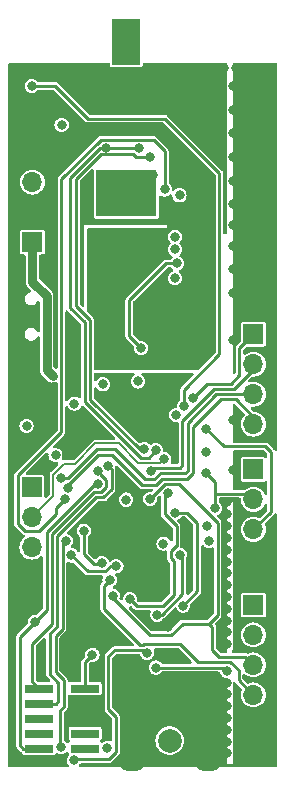
<source format=gbr>
%TF.GenerationSoftware,KiCad,Pcbnew,8.0.1*%
%TF.CreationDate,2024-07-16T16:14:44-04:00*%
%TF.ProjectId,Tiny4FSK,54696e79-3446-4534-9b2e-6b696361645f,rev?*%
%TF.SameCoordinates,Original*%
%TF.FileFunction,Copper,L4,Bot*%
%TF.FilePolarity,Positive*%
%FSLAX46Y46*%
G04 Gerber Fmt 4.6, Leading zero omitted, Abs format (unit mm)*
G04 Created by KiCad (PCBNEW 8.0.1) date 2024-07-16 16:14:44*
%MOMM*%
%LPD*%
G01*
G04 APERTURE LIST*
G04 Aperture macros list*
%AMRoundRect*
0 Rectangle with rounded corners*
0 $1 Rounding radius*
0 $2 $3 $4 $5 $6 $7 $8 $9 X,Y pos of 4 corners*
0 Add a 4 corners polygon primitive as box body*
4,1,4,$2,$3,$4,$5,$6,$7,$8,$9,$2,$3,0*
0 Add four circle primitives for the rounded corners*
1,1,$1+$1,$2,$3*
1,1,$1+$1,$4,$5*
1,1,$1+$1,$6,$7*
1,1,$1+$1,$8,$9*
0 Add four rect primitives between the rounded corners*
20,1,$1+$1,$2,$3,$4,$5,0*
20,1,$1+$1,$4,$5,$6,$7,0*
20,1,$1+$1,$6,$7,$8,$9,0*
20,1,$1+$1,$8,$9,$2,$3,0*%
G04 Aperture macros list end*
%TA.AperFunction,SMDPad,CuDef*%
%ADD10R,2.340000X3.960000*%
%TD*%
%TA.AperFunction,SMDPad,CuDef*%
%ADD11R,5.080000X3.960000*%
%TD*%
%TA.AperFunction,ComponentPad*%
%ADD12R,1.700000X1.700000*%
%TD*%
%TA.AperFunction,ComponentPad*%
%ADD13O,1.700000X1.700000*%
%TD*%
%TA.AperFunction,HeatsinkPad*%
%ADD14C,0.500000*%
%TD*%
%TA.AperFunction,HeatsinkPad*%
%ADD15R,2.500000X2.500000*%
%TD*%
%TA.AperFunction,ComponentPad*%
%ADD16C,0.600000*%
%TD*%
%TA.AperFunction,SMDPad,CuDef*%
%ADD17R,2.800000X2.300000*%
%TD*%
%TA.AperFunction,ComponentPad*%
%ADD18C,2.000000*%
%TD*%
%TA.AperFunction,SMDPad,CuDef*%
%ADD19RoundRect,0.500000X0.500000X2.000000X-0.500000X2.000000X-0.500000X-2.000000X0.500000X-2.000000X0*%
%TD*%
%TA.AperFunction,SMDPad,CuDef*%
%ADD20R,2.400000X0.740000*%
%TD*%
%TA.AperFunction,ViaPad*%
%ADD21C,0.800000*%
%TD*%
%TA.AperFunction,Conductor*%
%ADD22C,0.250000*%
%TD*%
%TA.AperFunction,Conductor*%
%ADD23C,0.200000*%
%TD*%
%TA.AperFunction,Conductor*%
%ADD24C,0.750000*%
%TD*%
G04 APERTURE END LIST*
D10*
%TO.P,BT1,*%
%TO.N,*%
X150250000Y-46475000D03*
D11*
%TO.P,BT1,1,+*%
%TO.N,+BATT*%
X150250000Y-59325000D03*
%TO.P,BT1,2,-*%
%TO.N,Earth*%
X150250000Y-87900000D03*
D10*
X150250000Y-100750000D03*
%TD*%
D12*
%TO.P,J4,1,Pin_1*%
%TO.N,D+*%
X142250000Y-84210000D03*
D13*
%TO.P,J4,2,Pin_2*%
%TO.N,D-*%
X142250000Y-86750000D03*
%TO.P,J4,3,Pin_3*%
%TO.N,+3.3V*%
X142250000Y-89290000D03*
%TO.P,J4,4,Pin_4*%
%TO.N,Earth*%
X142250000Y-91830000D03*
%TD*%
D12*
%TO.P,J5,1,Pin_1*%
%TO.N,+3.3V*%
X161000000Y-82700000D03*
D13*
%TO.P,J5,2,Pin_2*%
%TO.N,SDA*%
X161000000Y-85240000D03*
%TO.P,J5,3,Pin_3*%
%TO.N,SCL*%
X161000000Y-87780000D03*
%TO.P,J5,4,Pin_4*%
%TO.N,Earth*%
X161000000Y-90320000D03*
%TD*%
D14*
%TO.P,IC1,21,GND_2*%
%TO.N,Earth*%
X153500000Y-93000000D03*
X153500000Y-91000000D03*
D15*
X152500000Y-92000000D03*
D14*
X151500000Y-93000000D03*
X151500000Y-91000000D03*
%TD*%
D12*
%TO.P,J6,1,Pin_1*%
%TO.N,+BATT*%
X142294431Y-63452157D03*
D13*
%TO.P,J6,2,Pin_2*%
%TO.N,Earth*%
X142294431Y-60912157D03*
%TO.P,J6,3,Pin_3*%
%TO.N,+3.3V*%
X142294431Y-58372157D03*
%TD*%
D16*
%TO.P,U6,11,PAD*%
%TO.N,Earth*%
X154385000Y-69255000D03*
X152885000Y-69255000D03*
X153635000Y-69755000D03*
D17*
X153635000Y-69755000D03*
D16*
X154385000Y-70255000D03*
X152885000Y-70255000D03*
%TD*%
D18*
%TO.P,AE2,1,RF*%
%TO.N,Net-(AE2-RF)*%
X153911023Y-105665790D03*
%TO.P,AE2,2,Shield*%
%TO.N,Earth*%
X150696023Y-105665790D03*
D19*
X150696023Y-105665790D03*
D18*
X157126023Y-105665790D03*
D19*
X157126023Y-105665790D03*
%TD*%
D12*
%TO.P,J2,1,Pin_1*%
%TO.N,D12*%
X161000000Y-71250000D03*
D13*
%TO.P,J2,2,Pin_2*%
%TO.N,D13*%
X161000000Y-73790000D03*
%TO.P,J2,3,Pin_3*%
%TO.N,A1*%
X161000000Y-76330000D03*
%TO.P,J2,4,Pin_4*%
%TO.N,A2*%
X161000000Y-78870000D03*
%TD*%
D12*
%TO.P,J7,1,Pin_1*%
%TO.N,+3.3V*%
X161000000Y-94175000D03*
D13*
%TO.P,J7,2,Pin_2*%
%TO.N,MOSI*%
X161000000Y-96715000D03*
%TO.P,J7,3,Pin_3*%
%TO.N,MISO*%
X161000000Y-99255000D03*
%TO.P,J7,4,Pin_4*%
%TO.N,SCK*%
X161000000Y-101795000D03*
%TO.P,J7,5,Pin_5*%
%TO.N,Earth*%
X161000000Y-104335000D03*
%TD*%
D20*
%TO.P,J1,1,Pin_1*%
%TO.N,+3.3V*%
X146750000Y-101250000D03*
%TO.P,J1,2,Pin_2*%
%TO.N,SWDIO*%
X142850000Y-101250000D03*
%TO.P,J1,3,Pin_3*%
%TO.N,Earth*%
X146750000Y-102520000D03*
%TO.P,J1,4,Pin_4*%
%TO.N,SWCLK*%
X142850000Y-102520000D03*
%TO.P,J1,5,Pin_5*%
%TO.N,Earth*%
X146750000Y-103790000D03*
%TO.P,J1,6,Pin_6*%
%TO.N,unconnected-(J1-Pin_6-Pad6)*%
X142850000Y-103790000D03*
%TO.P,J1,7,Pin_7*%
%TO.N,unconnected-(J1-Pin_7-Pad7)*%
X146750000Y-105060000D03*
%TO.P,J1,8,Pin_8*%
%TO.N,unconnected-(J1-Pin_8-Pad8)*%
X142850000Y-105060000D03*
%TO.P,J1,9,Pin_9*%
%TO.N,unconnected-(J1-Pin_9-Pad9)*%
X146750000Y-106330000D03*
%TO.P,J1,10,Pin_10*%
%TO.N,nRST*%
X142850000Y-106330000D03*
%TD*%
D21*
%TO.N,Earth*%
X148500000Y-55500000D03*
%TO.N,+BATT*%
X152500000Y-57750000D03*
X151500000Y-59000000D03*
%TO.N,Earth*%
X143250000Y-82000000D03*
X153750000Y-75750000D03*
X159250000Y-82750000D03*
X159250000Y-78500000D03*
X159250000Y-71750000D03*
X157250000Y-101750000D03*
X161000000Y-107000000D03*
X142250000Y-56250000D03*
X157000000Y-67750000D03*
X150250000Y-73500000D03*
X154250000Y-73750000D03*
X158750000Y-96500000D03*
X158750000Y-97500000D03*
X158750000Y-85500000D03*
X158750000Y-86500000D03*
X158750000Y-87500000D03*
X158750000Y-106750000D03*
X158750000Y-105750000D03*
X158750000Y-104750000D03*
X158750000Y-103750000D03*
X158750000Y-102750000D03*
X158750000Y-101750000D03*
X143000000Y-98500000D03*
X149500000Y-96750000D03*
X150250000Y-102000000D03*
X149500000Y-101250000D03*
X150750000Y-101250000D03*
X152000000Y-102000000D03*
X155000000Y-98750000D03*
X158750000Y-88500000D03*
X158750000Y-89500000D03*
X158750000Y-90500000D03*
X158750000Y-91500000D03*
X158750000Y-92500000D03*
X158750000Y-93500000D03*
X158750000Y-94500000D03*
X158750000Y-95500000D03*
X146750000Y-50250000D03*
X155250000Y-53500000D03*
X154500000Y-55500000D03*
X153250000Y-54250000D03*
X150250000Y-54000000D03*
X157750000Y-53250000D03*
X156500000Y-54250000D03*
X157750000Y-55250000D03*
X156750000Y-57750000D03*
X155750000Y-56750000D03*
X154500000Y-57000000D03*
X155500000Y-58000000D03*
X156500000Y-59000000D03*
X146500000Y-54500000D03*
X140750000Y-50000000D03*
X140750000Y-54750000D03*
X140750000Y-57000000D03*
X144000000Y-57000000D03*
X140750000Y-64750000D03*
X141000000Y-68250000D03*
X141000000Y-71250000D03*
X142250000Y-69750000D03*
X145750000Y-71750000D03*
X145750000Y-73250000D03*
X141000000Y-75250000D03*
X141250000Y-80750000D03*
X141000000Y-95500000D03*
X140750000Y-107250000D03*
X143000000Y-99750000D03*
X158750000Y-100750000D03*
X159250000Y-50250000D03*
X159250000Y-65750000D03*
X159250000Y-52250000D03*
X159250000Y-62000000D03*
X159250000Y-58250000D03*
X159250000Y-67750000D03*
X159250000Y-63750000D03*
X159250000Y-54250000D03*
X159250000Y-60250000D03*
X159250000Y-56250000D03*
X160750000Y-51250000D03*
X160750000Y-53250000D03*
X160750000Y-55250000D03*
X160750000Y-68750000D03*
X160750000Y-59250000D03*
X160750000Y-61250000D03*
X160750000Y-57250000D03*
X160750000Y-66750000D03*
X160750000Y-64750000D03*
X160750000Y-63000000D03*
X162250000Y-62000000D03*
X162250000Y-63750000D03*
X162250000Y-65750000D03*
X162250000Y-67750000D03*
X162250000Y-56250000D03*
X162250000Y-58250000D03*
X162250000Y-60250000D03*
X162250000Y-54250000D03*
X162250000Y-50250000D03*
X162250000Y-52250000D03*
X142000000Y-48750000D03*
X141000000Y-48750000D03*
X143000000Y-48750000D03*
X145000000Y-48750000D03*
X146000000Y-48750000D03*
X144000000Y-48750000D03*
%TO.N,GPS_EN*%
X145012653Y-85237347D03*
X153500000Y-59000000D03*
%TO.N,Earth*%
X155386182Y-87492574D03*
%TO.N,+3.3V*%
X157250000Y-88750000D03*
X157112500Y-87500000D03*
X154377605Y-64069111D03*
%TO.N,Earth*%
X153500000Y-49750000D03*
X157000000Y-49750000D03*
X148000000Y-49250000D03*
X149000000Y-49250000D03*
X151000000Y-49250000D03*
X147000000Y-48750000D03*
X152000000Y-49250000D03*
X150000000Y-49250000D03*
X146750000Y-60500000D03*
%TO.N,+BATT*%
X148500000Y-58750000D03*
%TO.N,+3.3V*%
X148250000Y-75500000D03*
%TO.N,Earth*%
X149471497Y-75475000D03*
X151250000Y-77250000D03*
%TO.N,+3.3V*%
X151250000Y-75250000D03*
%TO.N,Earth*%
X149145000Y-70617500D03*
X148500000Y-72500000D03*
X149393582Y-89315344D03*
X157398495Y-66500000D03*
X161500000Y-48750000D03*
X144000000Y-75750000D03*
X156640503Y-72436099D03*
X157398495Y-63363147D03*
X145712500Y-97500000D03*
X152750000Y-100500000D03*
X145712500Y-99500000D03*
X159500000Y-48750000D03*
X153000000Y-48750000D03*
X154795000Y-48750000D03*
X145575000Y-93296174D03*
X151338438Y-84795769D03*
X157398495Y-65454381D03*
X156895000Y-71250000D03*
X153750000Y-96000000D03*
X154250000Y-79250000D03*
X149479180Y-99004485D03*
X153317735Y-98651785D03*
X157398495Y-64408764D03*
X145250000Y-81500000D03*
X158500000Y-48750000D03*
X156750000Y-48750000D03*
X160500000Y-48750000D03*
%TO.N,+3.3V*%
X154532500Y-65255000D03*
X148646023Y-106273570D03*
X154357500Y-63000000D03*
X153390002Y-88978107D03*
X145850000Y-77125000D03*
X154357500Y-66505000D03*
X144767423Y-53527003D03*
X141798491Y-79001099D03*
X144249997Y-81500000D03*
X154459160Y-78079760D03*
X157000000Y-81250000D03*
X150233148Y-85258148D03*
X154750000Y-59500000D03*
X151506122Y-72426524D03*
X147372669Y-98397974D03*
%TO.N,GPIO1*%
X146637653Y-87887653D03*
X148176166Y-90614348D03*
%TO.N,RF_RST*%
X145603155Y-89977849D03*
X149405728Y-90905728D03*
%TO.N,SCK*%
X148828931Y-92063576D03*
%TO.N,MISO*%
X149087390Y-93388488D03*
X152257005Y-85191040D03*
%TO.N,MOSI*%
X152750000Y-99475000D03*
X158750000Y-99750000D03*
%TO.N,RF_SS*%
X150549890Y-93679485D03*
X153798960Y-84682384D03*
%TO.N,SDA*%
X157000000Y-83000000D03*
X157750153Y-85974847D03*
%TO.N,SCL*%
X142237347Y-50237347D03*
X155141298Y-77348533D03*
X157000000Y-79250000D03*
%TO.N,SWDIO*%
X147822340Y-82874802D03*
%TO.N,SWCLK*%
X148696470Y-82389104D03*
%TO.N,nRST*%
X147820789Y-83897149D03*
X142500000Y-95625000D03*
%TO.N,A1*%
X144750000Y-83425000D03*
%TO.N,A2*%
X145319484Y-84285581D03*
%TO.N,D-*%
X153449585Y-81798519D03*
%TO.N,SUCCESS*%
X145125000Y-88750000D03*
X144725178Y-106221176D03*
%TO.N,ERROR*%
X145794878Y-107319877D03*
X152000354Y-98225000D03*
X152855075Y-94998402D03*
X154777739Y-89928107D03*
%TO.N,SDN*%
X155052263Y-94223043D03*
X154382819Y-86357513D03*
%TO.N,D13*%
X152299750Y-82824750D03*
%TO.N,D12*%
X155893639Y-76643639D03*
%TO.N,+BATT*%
X148525000Y-57799906D03*
X144000000Y-74750000D03*
%TO.N,TXD*%
X151749999Y-80975000D03*
X152250000Y-56250000D03*
%TO.N,RXD*%
X151355571Y-55525000D03*
X152743299Y-81090588D03*
%TD*%
D22*
%TO.N,RF_RST*%
X148476471Y-91339348D02*
X146964654Y-91339348D01*
X148910091Y-90905728D02*
X148476471Y-91339348D01*
X146964654Y-91339348D02*
X145603155Y-89977849D01*
X149405728Y-90905728D02*
X148910091Y-90905728D01*
%TO.N,SCK*%
X159750000Y-100545000D02*
X161000000Y-101795000D01*
X159750000Y-99724695D02*
X159750000Y-100545000D01*
X159025305Y-99000000D02*
X159750000Y-99724695D01*
X156275305Y-99000000D02*
X159025305Y-99000000D01*
X154775305Y-97500000D02*
X156275305Y-99000000D01*
X151700049Y-97500000D02*
X154775305Y-97500000D01*
X148828931Y-92063576D02*
X148362390Y-92530117D01*
X151425000Y-97550000D02*
X151650049Y-97550000D01*
X151650049Y-97550000D02*
X151700049Y-97500000D01*
X148362390Y-92530117D02*
X148362390Y-94487390D01*
X148362390Y-94487390D02*
X151425000Y-97550000D01*
%TO.N,MISO*%
X155025305Y-95750000D02*
X157250000Y-95750000D01*
X154050305Y-96725000D02*
X155025305Y-95750000D01*
X149087390Y-93388488D02*
X149087390Y-93562850D01*
X152249540Y-96725000D02*
X154050305Y-96725000D01*
X149087390Y-93562850D02*
X152249540Y-96725000D01*
X158050000Y-98550000D02*
X160295000Y-98550000D01*
X160295000Y-98550000D02*
X161000000Y-99255000D01*
X157500000Y-98000000D02*
X158050000Y-98550000D01*
X157500000Y-96000000D02*
X157500000Y-98000000D01*
X157250000Y-95750000D02*
X157500000Y-96000000D01*
%TO.N,Earth*%
X147700000Y-102520000D02*
X146750000Y-102520000D01*
X148275000Y-101945000D02*
X147700000Y-102520000D01*
X147500000Y-97500000D02*
X148275000Y-98275000D01*
X145712500Y-97500000D02*
X147500000Y-97500000D01*
X148275000Y-98275000D02*
X148275000Y-101945000D01*
%TO.N,+3.3V*%
X147372669Y-98397974D02*
X146750000Y-99020643D01*
X146750000Y-99020643D02*
X146750000Y-101250000D01*
%TO.N,ERROR*%
X151775354Y-98000000D02*
X152000354Y-98225000D01*
X148725000Y-98525000D02*
X149250000Y-98000000D01*
X148725000Y-103025000D02*
X148725000Y-98525000D01*
X149250000Y-98000000D02*
X151775354Y-98000000D01*
X149371023Y-103671023D02*
X148725000Y-103025000D01*
X148750000Y-107250000D02*
X149371023Y-106628977D01*
X145864755Y-107250000D02*
X148750000Y-107250000D01*
X149371023Y-106628977D02*
X149371023Y-103671023D01*
X145794878Y-107319877D02*
X145864755Y-107250000D01*
%TO.N,D12*%
X159070000Y-75430000D02*
X159825000Y-74675000D01*
X159825000Y-74675000D02*
X159825000Y-72425000D01*
X155893639Y-76643639D02*
X157107278Y-75430000D01*
X157107278Y-75430000D02*
X159070000Y-75430000D01*
X159825000Y-72425000D02*
X161000000Y-71250000D01*
%TO.N,A2*%
X161000000Y-78250000D02*
X161000000Y-78870000D01*
X159530000Y-76780000D02*
X161000000Y-78250000D01*
X158220000Y-76780000D02*
X159530000Y-76780000D01*
X155900000Y-79100000D02*
X158220000Y-76780000D01*
X155900000Y-82986701D02*
X155900000Y-79100000D01*
X152786200Y-84000000D02*
X153286200Y-83500000D01*
X151540977Y-84000000D02*
X152786200Y-84000000D01*
X149040977Y-81500000D02*
X151540977Y-84000000D01*
X147863536Y-81500000D02*
X149040977Y-81500000D01*
X155386701Y-83500000D02*
X155900000Y-82986701D01*
X153286200Y-83500000D02*
X155386701Y-83500000D01*
X145319484Y-84285581D02*
X145319484Y-84044052D01*
X145319484Y-84044052D02*
X147863536Y-81500000D01*
%TO.N,D13*%
X157682584Y-75880000D02*
X159370000Y-75880000D01*
X161000000Y-74250000D02*
X161000000Y-73790000D01*
X155000000Y-82362500D02*
X155000000Y-78562584D01*
X155000000Y-78562584D02*
X157682584Y-75880000D01*
X154812500Y-82550000D02*
X155000000Y-82362500D01*
X159370000Y-75880000D02*
X161000000Y-74250000D01*
X152299750Y-82824750D02*
X152574500Y-82550000D01*
X152574500Y-82550000D02*
X154812500Y-82550000D01*
%TO.N,SDA*%
X160510000Y-84750000D02*
X161000000Y-85240000D01*
X157750153Y-84750000D02*
X160510000Y-84750000D01*
X157750153Y-85974847D02*
X157750153Y-84750000D01*
X157750153Y-85974847D02*
X157750153Y-83750153D01*
X157750153Y-83750153D02*
X157000000Y-83000000D01*
%TO.N,MISO*%
X154700000Y-83950000D02*
X157975000Y-87225000D01*
X157975000Y-87225000D02*
X157975000Y-95025000D01*
X157975000Y-95025000D02*
X157250000Y-95750000D01*
X152257005Y-85191040D02*
X153498046Y-83950000D01*
X153498046Y-83950000D02*
X154700000Y-83950000D01*
%TO.N,MOSI*%
X158750000Y-99750000D02*
X158475000Y-99475000D01*
X158475000Y-99475000D02*
X152750000Y-99475000D01*
%TO.N,SCL*%
X144237347Y-50237347D02*
X142237347Y-50237347D01*
X158123495Y-57623495D02*
X153500000Y-53000000D01*
X153500000Y-53000000D02*
X147000000Y-53000000D01*
X147000000Y-53000000D02*
X144237347Y-50237347D01*
X158123495Y-72963547D02*
X158123495Y-57623495D01*
X155141298Y-75945744D02*
X158123495Y-72963547D01*
X155141298Y-77348533D02*
X155141298Y-75945744D01*
D23*
%TO.N,D-*%
X144050000Y-84950000D02*
X142250000Y-86750000D01*
X145926100Y-82200000D02*
X144985050Y-82200000D01*
X151273654Y-82125000D02*
X149648654Y-80500000D01*
X149648654Y-80500000D02*
X147626100Y-80500000D01*
X153123104Y-82125000D02*
X151273654Y-82125000D01*
X144050000Y-83135050D02*
X144050000Y-84950000D01*
X153449585Y-81798519D02*
X153123104Y-82125000D01*
X147626100Y-80500000D02*
X145926100Y-82200000D01*
X144985050Y-82200000D02*
X144050000Y-83135050D01*
D22*
%TO.N,A1*%
X157868980Y-76330000D02*
X161000000Y-76330000D01*
X155450000Y-78748980D02*
X157868980Y-76330000D01*
X155450000Y-82800305D02*
X155450000Y-78748980D01*
X155250305Y-83000000D02*
X155450000Y-82800305D01*
X153149804Y-83000000D02*
X155250305Y-83000000D01*
X152600055Y-83549750D02*
X153149804Y-83000000D01*
X151799750Y-83549750D02*
X152600055Y-83549750D01*
X147727140Y-81000000D02*
X149250000Y-81000000D01*
X145302140Y-83425000D02*
X147727140Y-81000000D01*
X144750000Y-83425000D02*
X145302140Y-83425000D01*
X149250000Y-81000000D02*
X151799750Y-83549750D01*
%TO.N,GPS_EN*%
X144250000Y-86000000D02*
X145012653Y-85237347D01*
X144250000Y-86500000D02*
X144250000Y-86000000D01*
X142825000Y-87925000D02*
X144250000Y-86500000D01*
X141675000Y-87925000D02*
X142825000Y-87925000D01*
X141075000Y-83210000D02*
X141075000Y-87325000D01*
X141075000Y-87325000D02*
X141675000Y-87925000D01*
X144750000Y-58113604D02*
X144750000Y-79535000D01*
X148063604Y-54800000D02*
X144750000Y-58113604D01*
X153500000Y-55750000D02*
X152550000Y-54800000D01*
X153500000Y-59000000D02*
X153500000Y-55750000D01*
X152550000Y-54800000D02*
X148063604Y-54800000D01*
X144750000Y-79535000D02*
X141075000Y-83210000D01*
D24*
%TO.N,+BATT*%
X142294431Y-66794431D02*
X142294431Y-63452157D01*
X143500000Y-68000000D02*
X142294431Y-66794431D01*
X143500000Y-74250000D02*
X143500000Y-68000000D01*
X144000000Y-74750000D02*
X143500000Y-74250000D01*
D22*
%TO.N,SDN*%
X155357513Y-86357513D02*
X154382819Y-86357513D01*
X156250000Y-93025306D02*
X156250000Y-87250000D01*
X155052263Y-94223043D02*
X156250000Y-93025306D01*
X156250000Y-87250000D02*
X155357513Y-86357513D01*
%TO.N,+3.3V*%
X150500000Y-68362500D02*
X150500000Y-71420402D01*
X153607500Y-65255000D02*
X150500000Y-68362500D01*
X154532500Y-65255000D02*
X153607500Y-65255000D01*
X150500000Y-71420402D02*
X151506122Y-72426524D01*
%TO.N,ERROR*%
X153251598Y-94998402D02*
X152855075Y-94998402D01*
X155000000Y-93250000D02*
X153251598Y-94998402D01*
X154777739Y-89928107D02*
X155000000Y-90150368D01*
X155000000Y-90150368D02*
X155000000Y-93250000D01*
%TO.N,RF_SS*%
X151120405Y-94250000D02*
X150549890Y-93679485D01*
X153363604Y-94250000D02*
X151120405Y-94250000D01*
X154250000Y-93363604D02*
X153363604Y-94250000D01*
X154052739Y-89627802D02*
X154052739Y-90228412D01*
X154477434Y-89203107D02*
X154052739Y-89627802D01*
X154500000Y-89203107D02*
X154477434Y-89203107D01*
X154500000Y-87500000D02*
X154500000Y-89203107D01*
X153500000Y-86500000D02*
X154500000Y-87500000D01*
X153798960Y-84682384D02*
X153500000Y-84981344D01*
X154250000Y-90425673D02*
X154250000Y-93363604D01*
X154052739Y-90228412D02*
X154250000Y-90425673D01*
X153500000Y-84981344D02*
X153500000Y-86500000D01*
%TO.N,TXD*%
X151361090Y-80975000D02*
X151749999Y-80975000D01*
X147175000Y-76788910D02*
X151361090Y-80975000D01*
X147175000Y-70048654D02*
X147175000Y-76788910D01*
X150805266Y-56000000D02*
X148136396Y-56000000D01*
X146000000Y-68873654D02*
X147175000Y-70048654D01*
X151055266Y-56250000D02*
X150805266Y-56000000D01*
X148136396Y-56000000D02*
X146000000Y-58136396D01*
X146000000Y-58136396D02*
X146000000Y-68873654D01*
X152250000Y-56250000D02*
X151055266Y-56250000D01*
%TO.N,RXD*%
X151449694Y-81700000D02*
X152133887Y-81700000D01*
X145500000Y-69010050D02*
X146725000Y-70235050D01*
X145500000Y-58000000D02*
X145500000Y-69010050D01*
X146725000Y-70235050D02*
X146725000Y-76975306D01*
X147975000Y-55525000D02*
X145500000Y-58000000D01*
X152133887Y-81700000D02*
X152743299Y-81090588D01*
X151355571Y-55525000D02*
X147975000Y-55525000D01*
X146725000Y-76975306D02*
X151449694Y-81700000D01*
%TO.N,+BATT*%
X148500000Y-58750000D02*
X148075000Y-59175000D01*
%TO.N,nRST*%
X141250000Y-106060000D02*
X141250000Y-96875000D01*
X141520000Y-106330000D02*
X141250000Y-106060000D01*
%TO.N,SWCLK*%
X144300000Y-102520000D02*
X142850000Y-102520000D01*
X143750000Y-100000000D02*
X144500000Y-100750000D01*
X144400000Y-95986396D02*
X143750000Y-96636396D01*
X144400000Y-88372792D02*
X144400000Y-95986396D01*
X148995789Y-84383850D02*
X148307490Y-85072149D01*
X148995789Y-82688423D02*
X148995789Y-84383850D01*
X148696470Y-82389104D02*
X148995789Y-82688423D01*
%TO.N,SWDIO*%
X142250000Y-100650000D02*
X142850000Y-101250000D01*
X142250000Y-97500000D02*
X142250000Y-100650000D01*
X143950000Y-95800000D02*
X142250000Y-97500000D01*
X143950000Y-88186396D02*
X143950000Y-95800000D01*
X147514247Y-84622149D02*
X143950000Y-88186396D01*
%TO.N,SWCLK*%
X148307490Y-85072149D02*
X147700643Y-85072149D01*
%TO.N,SWDIO*%
X148545789Y-84197454D02*
X148121094Y-84622149D01*
X148545789Y-83596844D02*
X148545789Y-84197454D01*
X148121094Y-83172149D02*
X148545789Y-83596844D01*
%TO.N,SWCLK*%
X147700643Y-85072149D02*
X144400000Y-88372792D01*
%TO.N,SWDIO*%
X148119687Y-83172149D02*
X148121094Y-83172149D01*
%TO.N,SWCLK*%
X144500000Y-100750000D02*
X144500000Y-102320000D01*
%TO.N,SWDIO*%
X147822340Y-82874802D02*
X148119687Y-83172149D01*
%TO.N,Earth*%
X146750000Y-103790000D02*
X146750000Y-102520000D01*
%TO.N,SWCLK*%
X144500000Y-102320000D02*
X144300000Y-102520000D01*
%TO.N,nRST*%
X141250000Y-96875000D02*
X142500000Y-95625000D01*
%TO.N,SWDIO*%
X148121094Y-84622149D02*
X147514247Y-84622149D01*
%TO.N,nRST*%
X142850000Y-106330000D02*
X141520000Y-106330000D01*
%TO.N,SWCLK*%
X143750000Y-96636396D02*
X143750000Y-100000000D01*
%TO.N,SUCCESS*%
X144850000Y-89025000D02*
X145125000Y-88750000D01*
X144250000Y-99863604D02*
X144250000Y-96772792D01*
X144950000Y-102800000D02*
X144950000Y-100563604D01*
X144658181Y-103091819D02*
X144950000Y-102800000D01*
X144850000Y-96172792D02*
X144850000Y-89025000D01*
X144658181Y-106154179D02*
X144658181Y-103091819D01*
X144950000Y-100563604D02*
X144250000Y-99863604D01*
X144250000Y-96772792D02*
X144850000Y-96172792D01*
X144725178Y-106221176D02*
X144658181Y-106154179D01*
%TO.N,GPIO1*%
X148040514Y-90750000D02*
X147500000Y-90750000D01*
X148176166Y-90614348D02*
X148040514Y-90750000D01*
X147500000Y-90750000D02*
X146637653Y-89887653D01*
X146637653Y-89887653D02*
X146637653Y-87887653D01*
%TO.N,SCL*%
X162500000Y-81250000D02*
X162000000Y-80750000D01*
X162000000Y-80750000D02*
X158500000Y-80750000D01*
X161000000Y-87780000D02*
X162500000Y-86280000D01*
X158500000Y-80750000D02*
X157000000Y-79250000D01*
X162500000Y-86280000D02*
X162500000Y-81250000D01*
%TO.N,nRST*%
X143500000Y-94625000D02*
X142500000Y-95625000D01*
X147602851Y-83897149D02*
X143500000Y-88000000D01*
X147820789Y-83897149D02*
X147602851Y-83897149D01*
X143500000Y-88000000D02*
X143500000Y-94625000D01*
%TD*%
%TA.AperFunction,Conductor*%
%TO.N,Earth*%
G36*
X159890845Y-85095185D02*
G01*
X159936600Y-85147989D01*
X159947209Y-85211655D01*
X159944417Y-85240000D01*
X159964699Y-85445932D01*
X159982593Y-85504921D01*
X160024768Y-85643954D01*
X160122315Y-85826450D01*
X160122317Y-85826452D01*
X160253589Y-85986410D01*
X160336187Y-86054195D01*
X160413550Y-86117685D01*
X160596046Y-86215232D01*
X160794066Y-86275300D01*
X160794065Y-86275300D01*
X160812529Y-86277118D01*
X161000000Y-86295583D01*
X161205934Y-86275300D01*
X161403954Y-86215232D01*
X161586450Y-86117685D01*
X161746410Y-85986410D01*
X161877685Y-85826450D01*
X161941142Y-85707730D01*
X161990105Y-85657887D01*
X162058243Y-85642427D01*
X162123922Y-85666259D01*
X162166291Y-85721817D01*
X162174500Y-85766185D01*
X162174500Y-86093810D01*
X162154815Y-86160849D01*
X162138181Y-86181491D01*
X161540994Y-86778677D01*
X161479671Y-86812162D01*
X161409979Y-86807178D01*
X161405869Y-86805561D01*
X161403958Y-86804769D01*
X161270689Y-86764343D01*
X161205934Y-86744700D01*
X161205932Y-86744699D01*
X161205934Y-86744699D01*
X161000000Y-86724417D01*
X160794067Y-86744699D01*
X160596043Y-86804769D01*
X160523743Y-86843415D01*
X160413550Y-86902315D01*
X160413548Y-86902316D01*
X160413547Y-86902317D01*
X160253589Y-87033589D01*
X160122317Y-87193547D01*
X160122315Y-87193550D01*
X160097735Y-87239535D01*
X160024769Y-87376043D01*
X159964699Y-87574067D01*
X159944417Y-87780000D01*
X159964699Y-87985932D01*
X159979835Y-88035827D01*
X160024768Y-88183954D01*
X160122315Y-88366450D01*
X160122317Y-88366452D01*
X160253589Y-88526410D01*
X160335022Y-88593239D01*
X160413550Y-88657685D01*
X160596046Y-88755232D01*
X160794066Y-88815300D01*
X160794065Y-88815300D01*
X160812529Y-88817118D01*
X161000000Y-88835583D01*
X161205934Y-88815300D01*
X161403954Y-88755232D01*
X161586450Y-88657685D01*
X161746410Y-88526410D01*
X161877685Y-88366450D01*
X161975232Y-88183954D01*
X162035300Y-87985934D01*
X162055583Y-87780000D01*
X162035300Y-87574066D01*
X161975232Y-87376046D01*
X161975230Y-87376043D01*
X161975230Y-87376041D01*
X161974444Y-87374144D01*
X161974328Y-87373068D01*
X161973463Y-87370216D01*
X161974003Y-87370051D01*
X161966971Y-87304675D01*
X161998242Y-87242194D01*
X162001291Y-87239034D01*
X162760465Y-86479862D01*
X162767783Y-86467185D01*
X162818344Y-86418972D01*
X162886950Y-86405745D01*
X162951816Y-86431709D01*
X162992348Y-86488621D01*
X162999170Y-86529187D01*
X162998712Y-107805093D01*
X162979026Y-107872132D01*
X162926221Y-107917885D01*
X162874699Y-107929090D01*
X146337092Y-107927354D01*
X146270055Y-107907662D01*
X146224305Y-107854854D01*
X146214369Y-107785694D01*
X146238729Y-107727868D01*
X146274427Y-107681345D01*
X146318421Y-107624013D01*
X146374849Y-107582811D01*
X146416796Y-107575500D01*
X148792851Y-107575500D01*
X148792853Y-107575500D01*
X148875639Y-107553318D01*
X148949862Y-107510465D01*
X149631488Y-106828839D01*
X149674341Y-106754616D01*
X149696523Y-106671830D01*
X149696523Y-106586124D01*
X149696523Y-105665790D01*
X152705380Y-105665790D01*
X152725907Y-105887325D01*
X152725908Y-105887327D01*
X152786792Y-106101313D01*
X152786798Y-106101328D01*
X152885961Y-106300473D01*
X152885966Y-106300481D01*
X153020043Y-106478028D01*
X153184460Y-106627913D01*
X153184462Y-106627915D01*
X153373618Y-106745035D01*
X153373619Y-106745035D01*
X153373622Y-106745037D01*
X153581083Y-106825408D01*
X153799780Y-106866290D01*
X153799782Y-106866290D01*
X154022264Y-106866290D01*
X154022266Y-106866290D01*
X154240963Y-106825408D01*
X154448424Y-106745037D01*
X154637585Y-106627914D01*
X154802004Y-106478026D01*
X154936081Y-106300479D01*
X155035252Y-106101318D01*
X155096138Y-105887326D01*
X155116666Y-105665790D01*
X155111694Y-105612138D01*
X155096138Y-105444254D01*
X155096137Y-105444252D01*
X155035253Y-105230266D01*
X155035252Y-105230262D01*
X155035247Y-105230251D01*
X154936084Y-105031106D01*
X154936079Y-105031098D01*
X154802002Y-104853551D01*
X154637585Y-104703666D01*
X154637583Y-104703664D01*
X154448427Y-104586544D01*
X154448421Y-104586542D01*
X154240963Y-104506172D01*
X154022266Y-104465290D01*
X153799780Y-104465290D01*
X153581083Y-104506172D01*
X153479703Y-104545447D01*
X153373624Y-104586542D01*
X153373618Y-104586544D01*
X153184462Y-104703664D01*
X153184460Y-104703666D01*
X153020043Y-104853551D01*
X152885966Y-105031098D01*
X152885961Y-105031106D01*
X152786798Y-105230251D01*
X152786792Y-105230266D01*
X152725908Y-105444252D01*
X152725907Y-105444254D01*
X152705380Y-105665789D01*
X152705380Y-105665790D01*
X149696523Y-105665790D01*
X149696523Y-103628170D01*
X149674341Y-103545385D01*
X149674337Y-103545378D01*
X149631492Y-103471167D01*
X149631486Y-103471159D01*
X149086819Y-102926492D01*
X149053334Y-102865169D01*
X149050500Y-102838811D01*
X149050500Y-98711189D01*
X149070185Y-98644150D01*
X149086819Y-98623508D01*
X149348508Y-98361819D01*
X149409831Y-98328334D01*
X149436189Y-98325500D01*
X151309152Y-98325500D01*
X151376191Y-98345185D01*
X151421946Y-98397989D01*
X151423713Y-98402048D01*
X151475816Y-98527838D01*
X151475817Y-98527839D01*
X151475818Y-98527841D01*
X151572072Y-98653282D01*
X151697513Y-98749536D01*
X151843592Y-98810044D01*
X151921973Y-98820363D01*
X152000353Y-98830682D01*
X152000354Y-98830682D01*
X152000355Y-98830682D01*
X152075560Y-98820781D01*
X152157116Y-98810044D01*
X152303195Y-98749536D01*
X152303200Y-98749531D01*
X152303907Y-98749125D01*
X152304582Y-98748961D01*
X152304750Y-98748891D01*
X152308949Y-98745120D01*
X152428636Y-98653282D01*
X152524890Y-98527841D01*
X152585398Y-98381762D01*
X152606036Y-98225000D01*
X152602726Y-98199861D01*
X152585398Y-98068239D01*
X152585396Y-98068234D01*
X152555871Y-97996952D01*
X152548402Y-97927483D01*
X152579678Y-97865004D01*
X152639767Y-97829352D01*
X152670432Y-97825500D01*
X154589116Y-97825500D01*
X154656155Y-97845185D01*
X154676797Y-97861819D01*
X155752797Y-98937819D01*
X155786282Y-98999142D01*
X155781298Y-99068834D01*
X155739426Y-99124767D01*
X155673962Y-99149184D01*
X155665116Y-99149500D01*
X153318299Y-99149500D01*
X153251260Y-99129815D01*
X153219923Y-99100986D01*
X153178283Y-99046719D01*
X153122162Y-99003656D01*
X153052841Y-98950464D01*
X153022313Y-98937819D01*
X152906762Y-98889956D01*
X152906760Y-98889955D01*
X152750001Y-98869318D01*
X152749999Y-98869318D01*
X152593239Y-98889955D01*
X152593237Y-98889956D01*
X152447150Y-98950467D01*
X152446429Y-98950884D01*
X152445744Y-98951049D01*
X152445599Y-98951109D01*
X152441396Y-98954885D01*
X152377838Y-99003656D01*
X152321718Y-99046718D01*
X152225463Y-99172160D01*
X152164956Y-99318237D01*
X152164955Y-99318239D01*
X152144318Y-99474998D01*
X152144318Y-99475001D01*
X152164955Y-99631760D01*
X152164956Y-99631762D01*
X152225464Y-99777841D01*
X152321718Y-99903282D01*
X152447159Y-99999536D01*
X152593238Y-100060044D01*
X152671619Y-100070363D01*
X152749999Y-100080682D01*
X152750000Y-100080682D01*
X152750001Y-100080682D01*
X152802254Y-100073802D01*
X152906762Y-100060044D01*
X153052841Y-99999536D01*
X153178282Y-99903282D01*
X153219923Y-99849013D01*
X153276351Y-99807811D01*
X153318299Y-99800500D01*
X158042222Y-99800500D01*
X158109261Y-99820185D01*
X158155016Y-99872989D01*
X158162487Y-99899009D01*
X158162853Y-99898912D01*
X158164956Y-99906762D01*
X158224449Y-100050392D01*
X158225464Y-100052841D01*
X158321718Y-100178282D01*
X158447159Y-100274536D01*
X158593238Y-100335044D01*
X158642028Y-100341467D01*
X158705925Y-100369733D01*
X158744396Y-100428057D01*
X158749843Y-100464406D01*
X158749843Y-107672867D01*
X159249843Y-107672867D01*
X159249843Y-100792477D01*
X159269528Y-100725438D01*
X159322332Y-100679683D01*
X159391490Y-100669739D01*
X159455046Y-100698764D01*
X159481230Y-100730478D01*
X159489535Y-100744862D01*
X159489537Y-100744864D01*
X159998678Y-101254005D01*
X160032163Y-101315328D01*
X160027179Y-101385020D01*
X160025561Y-101389132D01*
X160024770Y-101391041D01*
X159964699Y-101589067D01*
X159944417Y-101795000D01*
X159964699Y-102000932D01*
X159964700Y-102000934D01*
X160024768Y-102198954D01*
X160122315Y-102381450D01*
X160122317Y-102381452D01*
X160253589Y-102541410D01*
X160350209Y-102620702D01*
X160413550Y-102672685D01*
X160596046Y-102770232D01*
X160794066Y-102830300D01*
X160794065Y-102830300D01*
X160812529Y-102832118D01*
X161000000Y-102850583D01*
X161205934Y-102830300D01*
X161403954Y-102770232D01*
X161586450Y-102672685D01*
X161746410Y-102541410D01*
X161877685Y-102381450D01*
X161975232Y-102198954D01*
X162035300Y-102000934D01*
X162055583Y-101795000D01*
X162035300Y-101589066D01*
X161975232Y-101391046D01*
X161877685Y-101208550D01*
X161825702Y-101145209D01*
X161746410Y-101048589D01*
X161586452Y-100917317D01*
X161586453Y-100917317D01*
X161586450Y-100917315D01*
X161403954Y-100819768D01*
X161205934Y-100759700D01*
X161205932Y-100759699D01*
X161205934Y-100759699D01*
X161000000Y-100739417D01*
X160794067Y-100759699D01*
X160686013Y-100792477D01*
X160596046Y-100819768D01*
X160596043Y-100819769D01*
X160596041Y-100819770D01*
X160594132Y-100820561D01*
X160593051Y-100820677D01*
X160590217Y-100821537D01*
X160590053Y-100820999D01*
X160524662Y-100828026D01*
X160462185Y-100796747D01*
X160459005Y-100793678D01*
X160111819Y-100446492D01*
X160078334Y-100385169D01*
X160075500Y-100358811D01*
X160075500Y-100117431D01*
X160095185Y-100050392D01*
X160147989Y-100004637D01*
X160217147Y-99994693D01*
X160278165Y-100021578D01*
X160404965Y-100125640D01*
X160413550Y-100132685D01*
X160596046Y-100230232D01*
X160794066Y-100290300D01*
X160794065Y-100290300D01*
X160812529Y-100292118D01*
X161000000Y-100310583D01*
X161205934Y-100290300D01*
X161403954Y-100230232D01*
X161586450Y-100132685D01*
X161746410Y-100001410D01*
X161877685Y-99841450D01*
X161975232Y-99658954D01*
X162035300Y-99460934D01*
X162055583Y-99255000D01*
X162035300Y-99049066D01*
X161975232Y-98851046D01*
X161877685Y-98668550D01*
X161784281Y-98554736D01*
X161746410Y-98508589D01*
X161613317Y-98399364D01*
X161586450Y-98377315D01*
X161403954Y-98279768D01*
X161205934Y-98219700D01*
X161205932Y-98219699D01*
X161205934Y-98219699D01*
X161000000Y-98199417D01*
X160794067Y-98219699D01*
X160636689Y-98267439D01*
X160596046Y-98279768D01*
X160596045Y-98279768D01*
X160596040Y-98279770D01*
X160595480Y-98280070D01*
X160595150Y-98280138D01*
X160590415Y-98282100D01*
X160590042Y-98281201D01*
X160527076Y-98294303D01*
X160475041Y-98278091D01*
X160455430Y-98266769D01*
X160420640Y-98246682D01*
X160379246Y-98235591D01*
X160337853Y-98224500D01*
X160337852Y-98224500D01*
X159324862Y-98224500D01*
X159257823Y-98204815D01*
X159212068Y-98152011D01*
X159202124Y-98082853D01*
X159231149Y-98019297D01*
X159237181Y-98012819D01*
X159250000Y-98000000D01*
X159250000Y-96715000D01*
X159944417Y-96715000D01*
X159964699Y-96920932D01*
X159984275Y-96985465D01*
X160024768Y-97118954D01*
X160122315Y-97301450D01*
X160122317Y-97301452D01*
X160253589Y-97461410D01*
X160350209Y-97540702D01*
X160413550Y-97592685D01*
X160596046Y-97690232D01*
X160794066Y-97750300D01*
X160794065Y-97750300D01*
X160812529Y-97752118D01*
X161000000Y-97770583D01*
X161205934Y-97750300D01*
X161403954Y-97690232D01*
X161586450Y-97592685D01*
X161746410Y-97461410D01*
X161877685Y-97301450D01*
X161975232Y-97118954D01*
X162035300Y-96920934D01*
X162055583Y-96715000D01*
X162035300Y-96509066D01*
X161975232Y-96311046D01*
X161877685Y-96128550D01*
X161812784Y-96049467D01*
X161746410Y-95968589D01*
X161586452Y-95837317D01*
X161586453Y-95837317D01*
X161586450Y-95837315D01*
X161403954Y-95739768D01*
X161205934Y-95679700D01*
X161205932Y-95679699D01*
X161205934Y-95679699D01*
X161000000Y-95659417D01*
X160794067Y-95679699D01*
X160596043Y-95739769D01*
X160517485Y-95781760D01*
X160413550Y-95837315D01*
X160413548Y-95837316D01*
X160413547Y-95837317D01*
X160253589Y-95968589D01*
X160122317Y-96128547D01*
X160024769Y-96311043D01*
X159964699Y-96509067D01*
X159944417Y-96715000D01*
X159250000Y-96715000D01*
X159250000Y-95044752D01*
X159949500Y-95044752D01*
X159961131Y-95103229D01*
X159961132Y-95103230D01*
X160005447Y-95169552D01*
X160071769Y-95213867D01*
X160071770Y-95213868D01*
X160130247Y-95225499D01*
X160130250Y-95225500D01*
X160130252Y-95225500D01*
X161869750Y-95225500D01*
X161869751Y-95225499D01*
X161884568Y-95222552D01*
X161928229Y-95213868D01*
X161928229Y-95213867D01*
X161928231Y-95213867D01*
X161994552Y-95169552D01*
X162038867Y-95103231D01*
X162038867Y-95103229D01*
X162038868Y-95103229D01*
X162050499Y-95044752D01*
X162050500Y-95044750D01*
X162050500Y-93305249D01*
X162050499Y-93305247D01*
X162038868Y-93246770D01*
X162038867Y-93246769D01*
X161994552Y-93180447D01*
X161928230Y-93136132D01*
X161928229Y-93136131D01*
X161869752Y-93124500D01*
X161869748Y-93124500D01*
X160130252Y-93124500D01*
X160130247Y-93124500D01*
X160071770Y-93136131D01*
X160071769Y-93136132D01*
X160005447Y-93180447D01*
X159961132Y-93246769D01*
X159961131Y-93246770D01*
X159949500Y-93305247D01*
X159949500Y-95044752D01*
X159250000Y-95044752D01*
X159250000Y-85500000D01*
X158750000Y-85500000D01*
X158750000Y-98000000D01*
X158762819Y-98012819D01*
X158796304Y-98074142D01*
X158791320Y-98143834D01*
X158749448Y-98199767D01*
X158683984Y-98224184D01*
X158675138Y-98224500D01*
X158236189Y-98224500D01*
X158169150Y-98204815D01*
X158148508Y-98188181D01*
X157861819Y-97901492D01*
X157828334Y-97840169D01*
X157825500Y-97813811D01*
X157825500Y-95957149D01*
X157825500Y-95957147D01*
X157803318Y-95874362D01*
X157771333Y-95818962D01*
X157754861Y-95751066D01*
X157777713Y-95685039D01*
X157791034Y-95669290D01*
X158164652Y-95295673D01*
X158164657Y-95295669D01*
X158174860Y-95285465D01*
X158174862Y-95285465D01*
X158235465Y-95224862D01*
X158275705Y-95155164D01*
X158278318Y-95150639D01*
X158300500Y-95067853D01*
X158300500Y-94982147D01*
X158300500Y-87182147D01*
X158278318Y-87099362D01*
X158278314Y-87099355D01*
X158235469Y-87025144D01*
X158235463Y-87025136D01*
X157941479Y-86731152D01*
X157907994Y-86669829D01*
X157912978Y-86600137D01*
X157954850Y-86544204D01*
X157981697Y-86528915D01*
X158052994Y-86499383D01*
X158178435Y-86403129D01*
X158274689Y-86277688D01*
X158335197Y-86131609D01*
X158355835Y-85974847D01*
X158353504Y-85957145D01*
X158337755Y-85837514D01*
X158335197Y-85818085D01*
X158274689Y-85672006D01*
X158178435Y-85546565D01*
X158178433Y-85546563D01*
X158178432Y-85546562D01*
X158124165Y-85504921D01*
X158082963Y-85448493D01*
X158075653Y-85406546D01*
X158075653Y-85199500D01*
X158095338Y-85132461D01*
X158148142Y-85086706D01*
X158199653Y-85075500D01*
X159823806Y-85075500D01*
X159890845Y-85095185D01*
G37*
%TD.AperFunction*%
%TA.AperFunction,Conductor*%
G36*
X148822539Y-48269685D02*
G01*
X148868294Y-48322489D01*
X148879500Y-48374000D01*
X148879500Y-48474752D01*
X148891131Y-48533229D01*
X148891132Y-48533230D01*
X148935447Y-48599552D01*
X149001769Y-48643867D01*
X149001770Y-48643868D01*
X149060247Y-48655499D01*
X149060250Y-48655500D01*
X149060252Y-48655500D01*
X151439750Y-48655500D01*
X151439751Y-48655499D01*
X151454568Y-48652552D01*
X151498229Y-48643868D01*
X151498229Y-48643867D01*
X151498231Y-48643867D01*
X151564552Y-48599552D01*
X151608867Y-48533231D01*
X151608867Y-48533229D01*
X151608868Y-48533229D01*
X151620499Y-48474752D01*
X151620500Y-48474750D01*
X151620500Y-48374000D01*
X151640185Y-48306961D01*
X151692989Y-48261206D01*
X151744500Y-48250000D01*
X158626000Y-48250000D01*
X158693039Y-48269685D01*
X158738794Y-48322489D01*
X158750000Y-48374000D01*
X158750000Y-62637231D01*
X158730315Y-62704270D01*
X158677511Y-62750025D01*
X158626000Y-62761231D01*
X158572995Y-62761231D01*
X158505956Y-62741546D01*
X158460201Y-62688742D01*
X158448995Y-62637231D01*
X158448995Y-57580644D01*
X158448995Y-57580642D01*
X158426813Y-57497857D01*
X158397543Y-57447159D01*
X158383964Y-57423639D01*
X158383958Y-57423631D01*
X153699864Y-52739537D01*
X153699862Y-52739535D01*
X153662750Y-52718108D01*
X153625640Y-52696682D01*
X153584246Y-52685591D01*
X153542853Y-52674500D01*
X153542852Y-52674500D01*
X147186189Y-52674500D01*
X147119150Y-52654815D01*
X147098508Y-52638181D01*
X144437211Y-49976884D01*
X144437209Y-49976882D01*
X144400097Y-49955455D01*
X144362987Y-49934029D01*
X144321593Y-49922938D01*
X144280200Y-49911847D01*
X144280199Y-49911847D01*
X142805646Y-49911847D01*
X142738607Y-49892162D01*
X142707270Y-49863333D01*
X142665630Y-49809066D01*
X142665629Y-49809065D01*
X142540188Y-49712811D01*
X142394109Y-49652303D01*
X142394107Y-49652302D01*
X142237348Y-49631665D01*
X142237346Y-49631665D01*
X142080586Y-49652302D01*
X142080584Y-49652303D01*
X141934507Y-49712810D01*
X141809065Y-49809065D01*
X141712810Y-49934507D01*
X141652303Y-50080584D01*
X141652302Y-50080586D01*
X141631665Y-50237345D01*
X141631665Y-50237348D01*
X141652302Y-50394107D01*
X141652303Y-50394109D01*
X141712811Y-50540188D01*
X141809065Y-50665629D01*
X141934506Y-50761883D01*
X142080585Y-50822391D01*
X142158966Y-50832710D01*
X142237346Y-50843029D01*
X142237347Y-50843029D01*
X142237348Y-50843029D01*
X142289601Y-50836149D01*
X142394109Y-50822391D01*
X142540188Y-50761883D01*
X142665629Y-50665629D01*
X142707270Y-50611360D01*
X142763698Y-50570158D01*
X142805646Y-50562847D01*
X144051158Y-50562847D01*
X144118197Y-50582532D01*
X144138839Y-50599166D01*
X146739534Y-53199861D01*
X146739535Y-53199862D01*
X146800138Y-53260465D01*
X146800140Y-53260466D01*
X146800144Y-53260469D01*
X146874355Y-53303314D01*
X146874362Y-53303318D01*
X146957147Y-53325500D01*
X147042853Y-53325500D01*
X153313811Y-53325500D01*
X153380850Y-53345185D01*
X153401492Y-53361819D01*
X157761676Y-57722003D01*
X157795161Y-57783326D01*
X157797995Y-57809684D01*
X157797995Y-72777358D01*
X157778310Y-72844397D01*
X157761676Y-72865039D01*
X156401803Y-74224912D01*
X156340480Y-74258397D01*
X156314122Y-74261231D01*
X147624500Y-74261231D01*
X147557461Y-74241546D01*
X147511706Y-74188742D01*
X147500500Y-74137231D01*
X147500500Y-71463255D01*
X150174500Y-71463255D01*
X150184283Y-71499767D01*
X150196682Y-71546042D01*
X150218108Y-71583152D01*
X150239535Y-71620264D01*
X150239537Y-71620266D01*
X150874110Y-72254839D01*
X150907595Y-72316162D01*
X150909368Y-72358705D01*
X150900440Y-72426522D01*
X150900440Y-72426525D01*
X150921077Y-72583284D01*
X150921078Y-72583286D01*
X150981586Y-72729365D01*
X151077840Y-72854806D01*
X151203281Y-72951060D01*
X151349360Y-73011568D01*
X151427741Y-73021887D01*
X151506121Y-73032206D01*
X151506122Y-73032206D01*
X151506123Y-73032206D01*
X151558376Y-73025326D01*
X151662884Y-73011568D01*
X151808963Y-72951060D01*
X151934404Y-72854806D01*
X152030658Y-72729365D01*
X152091166Y-72583286D01*
X152111804Y-72426524D01*
X152091166Y-72269762D01*
X152030658Y-72123683D01*
X151934404Y-71998242D01*
X151808963Y-71901988D01*
X151747410Y-71876492D01*
X151662884Y-71841480D01*
X151662882Y-71841479D01*
X151506123Y-71820842D01*
X151506121Y-71820842D01*
X151438303Y-71829770D01*
X151369267Y-71819004D01*
X151334437Y-71794512D01*
X150861819Y-71321894D01*
X150828334Y-71260571D01*
X150825500Y-71234213D01*
X150825500Y-68548688D01*
X150845185Y-68481649D01*
X150861819Y-68461007D01*
X153706007Y-65616819D01*
X153767330Y-65583334D01*
X153793688Y-65580500D01*
X153964201Y-65580500D01*
X154031240Y-65600185D01*
X154062576Y-65629013D01*
X154104218Y-65683282D01*
X154167974Y-65732203D01*
X154209175Y-65788630D01*
X154213330Y-65858376D01*
X154179118Y-65919296D01*
X154139940Y-65945139D01*
X154054659Y-65980464D01*
X153929218Y-66076718D01*
X153832963Y-66202160D01*
X153772456Y-66348237D01*
X153772455Y-66348239D01*
X153751818Y-66504998D01*
X153751818Y-66505001D01*
X153772455Y-66661760D01*
X153772456Y-66661762D01*
X153832964Y-66807841D01*
X153929218Y-66933282D01*
X154054659Y-67029536D01*
X154200738Y-67090044D01*
X154279119Y-67100363D01*
X154357499Y-67110682D01*
X154357500Y-67110682D01*
X154357501Y-67110682D01*
X154409754Y-67103802D01*
X154514262Y-67090044D01*
X154660341Y-67029536D01*
X154785782Y-66933282D01*
X154882036Y-66807841D01*
X154942544Y-66661762D01*
X154963182Y-66505000D01*
X154942544Y-66348238D01*
X154882036Y-66202159D01*
X154785782Y-66076718D01*
X154722025Y-66027795D01*
X154680824Y-65971369D01*
X154676669Y-65901623D01*
X154710882Y-65840702D01*
X154750061Y-65814860D01*
X154813386Y-65788630D01*
X154835341Y-65779536D01*
X154960782Y-65683282D01*
X155057036Y-65557841D01*
X155117544Y-65411762D01*
X155138182Y-65255000D01*
X155117544Y-65098238D01*
X155057036Y-64952159D01*
X154960782Y-64826718D01*
X154835341Y-64730464D01*
X154817377Y-64723023D01*
X154762973Y-64679181D01*
X154740909Y-64612887D01*
X154758189Y-64545188D01*
X154789341Y-64510088D01*
X154805887Y-64497393D01*
X154902141Y-64371952D01*
X154962649Y-64225873D01*
X154983287Y-64069111D01*
X154962649Y-63912349D01*
X154902141Y-63766270D01*
X154805887Y-63640829D01*
X154785540Y-63625216D01*
X154744338Y-63568788D01*
X154740183Y-63499042D01*
X154774396Y-63438122D01*
X154785531Y-63428474D01*
X154785782Y-63428282D01*
X154882036Y-63302841D01*
X154942544Y-63156762D01*
X154963182Y-63000000D01*
X154942544Y-62843238D01*
X154882036Y-62697159D01*
X154785782Y-62571718D01*
X154660341Y-62475464D01*
X154617223Y-62457604D01*
X154514262Y-62414956D01*
X154514260Y-62414955D01*
X154357501Y-62394318D01*
X154357499Y-62394318D01*
X154200739Y-62414955D01*
X154200737Y-62414956D01*
X154054660Y-62475463D01*
X153929218Y-62571718D01*
X153832963Y-62697160D01*
X153772456Y-62843237D01*
X153772455Y-62843239D01*
X153751818Y-62999998D01*
X153751818Y-63000001D01*
X153772455Y-63156760D01*
X153772456Y-63156762D01*
X153832964Y-63302841D01*
X153929215Y-63428278D01*
X153929219Y-63428283D01*
X153949563Y-63443893D01*
X153990766Y-63500321D01*
X153994921Y-63570067D01*
X153960709Y-63630987D01*
X153949571Y-63640637D01*
X153949384Y-63640781D01*
X153949324Y-63640828D01*
X153853068Y-63766271D01*
X153792561Y-63912348D01*
X153792560Y-63912350D01*
X153771923Y-64069109D01*
X153771923Y-64069112D01*
X153792560Y-64225871D01*
X153792561Y-64225873D01*
X153853069Y-64371952D01*
X153949323Y-64497393D01*
X154074764Y-64593647D01*
X154092726Y-64601087D01*
X154147129Y-64644927D01*
X154169195Y-64711220D01*
X154151917Y-64778920D01*
X154120764Y-64814021D01*
X154104218Y-64826717D01*
X154062577Y-64880986D01*
X154006149Y-64922189D01*
X153964201Y-64929500D01*
X153657965Y-64929500D01*
X153657949Y-64929499D01*
X153650353Y-64929499D01*
X153564647Y-64929499D01*
X153531533Y-64938372D01*
X153481859Y-64951682D01*
X153481858Y-64951683D01*
X153407641Y-64994532D01*
X153407636Y-64994536D01*
X150239537Y-68162635D01*
X150239533Y-68162641D01*
X150196681Y-68236861D01*
X150196682Y-68236862D01*
X150174500Y-68319647D01*
X150174500Y-71377549D01*
X150174500Y-71463255D01*
X147500500Y-71463255D01*
X147500500Y-70005804D01*
X147500500Y-70005801D01*
X147492136Y-69974585D01*
X147478318Y-69923015D01*
X147435465Y-69848792D01*
X146969859Y-69383186D01*
X146936374Y-69321863D01*
X146933540Y-69295505D01*
X146933540Y-62385244D01*
X146953225Y-62318205D01*
X147006029Y-62272450D01*
X147057551Y-62261244D01*
X153684462Y-62261970D01*
X153684462Y-62011969D01*
X146683540Y-62011231D01*
X146683540Y-68797505D01*
X146663855Y-68864544D01*
X146611051Y-68910299D01*
X146541893Y-68920243D01*
X146478337Y-68891218D01*
X146471859Y-68885186D01*
X146361819Y-68775146D01*
X146328334Y-68713823D01*
X146325500Y-68687465D01*
X146325500Y-58322585D01*
X146345185Y-58255546D01*
X146361819Y-58234904D01*
X147297819Y-57298904D01*
X147359142Y-57265419D01*
X147428834Y-57270403D01*
X147484767Y-57312275D01*
X147509184Y-57377739D01*
X147509500Y-57386585D01*
X147509500Y-61324752D01*
X147521131Y-61383229D01*
X147521132Y-61383230D01*
X147565447Y-61449552D01*
X147631769Y-61493867D01*
X147631770Y-61493868D01*
X147690247Y-61505499D01*
X147690250Y-61505500D01*
X147690252Y-61505500D01*
X152809750Y-61505500D01*
X152809751Y-61505499D01*
X152824568Y-61502552D01*
X152868229Y-61493868D01*
X152868229Y-61493867D01*
X152868231Y-61493867D01*
X152934552Y-61449552D01*
X152978867Y-61383231D01*
X152978867Y-61383229D01*
X152978868Y-61383229D01*
X152990499Y-61324752D01*
X152990500Y-61324750D01*
X152990500Y-59617408D01*
X153010185Y-59550369D01*
X153062989Y-59504614D01*
X153132147Y-59494670D01*
X153189986Y-59519032D01*
X153197159Y-59524536D01*
X153343238Y-59585044D01*
X153421619Y-59595363D01*
X153499999Y-59605682D01*
X153500000Y-59605682D01*
X153500001Y-59605682D01*
X153552254Y-59598802D01*
X153656762Y-59585044D01*
X153802841Y-59524536D01*
X153928282Y-59428282D01*
X153928285Y-59428277D01*
X153933037Y-59423526D01*
X153994358Y-59390038D01*
X154064050Y-59395019D01*
X154119986Y-59436888D01*
X154143661Y-59495017D01*
X154150949Y-59550369D01*
X154164956Y-59656762D01*
X154225464Y-59802841D01*
X154321718Y-59928282D01*
X154447159Y-60024536D01*
X154593238Y-60085044D01*
X154671619Y-60095363D01*
X154749999Y-60105682D01*
X154750000Y-60105682D01*
X154750001Y-60105682D01*
X154802254Y-60098802D01*
X154906762Y-60085044D01*
X155052841Y-60024536D01*
X155178282Y-59928282D01*
X155274536Y-59802841D01*
X155335044Y-59656762D01*
X155355682Y-59500000D01*
X155354980Y-59494670D01*
X155335044Y-59343239D01*
X155335044Y-59343238D01*
X155274536Y-59197159D01*
X155178282Y-59071718D01*
X155052841Y-58975464D01*
X155012149Y-58958609D01*
X154906762Y-58914956D01*
X154906760Y-58914955D01*
X154750001Y-58894318D01*
X154749999Y-58894318D01*
X154593239Y-58914955D01*
X154593237Y-58914956D01*
X154447160Y-58975463D01*
X154447159Y-58975464D01*
X154321718Y-59071718D01*
X154321716Y-59071719D01*
X154321711Y-59071724D01*
X154316954Y-59076481D01*
X154255629Y-59109963D01*
X154185938Y-59104976D01*
X154130006Y-59063102D01*
X154106338Y-59004981D01*
X154085044Y-58843239D01*
X154085044Y-58843238D01*
X154024536Y-58697159D01*
X153928282Y-58571718D01*
X153928280Y-58571716D01*
X153928279Y-58571715D01*
X153874012Y-58530074D01*
X153832810Y-58473646D01*
X153825500Y-58431699D01*
X153825500Y-55707149D01*
X153825500Y-55707147D01*
X153803318Y-55624362D01*
X153803318Y-55624361D01*
X153760465Y-55550138D01*
X152749862Y-54539535D01*
X152712750Y-54518108D01*
X152675640Y-54496682D01*
X152634246Y-54485591D01*
X152592853Y-54474500D01*
X152592852Y-54474500D01*
X148114069Y-54474500D01*
X148114053Y-54474499D01*
X148106457Y-54474499D01*
X148020751Y-54474499D01*
X147965560Y-54489287D01*
X147937964Y-54496682D01*
X147919409Y-54507395D01*
X147900854Y-54518108D01*
X147863742Y-54539535D01*
X147863739Y-54539537D01*
X144489537Y-57913739D01*
X144489533Y-57913745D01*
X144446681Y-57987965D01*
X144446682Y-57987966D01*
X144424500Y-58070751D01*
X144424500Y-74061258D01*
X144404815Y-74128297D01*
X144352011Y-74174052D01*
X144282853Y-74183996D01*
X144219297Y-74154971D01*
X144212819Y-74148939D01*
X144111819Y-74047939D01*
X144078334Y-73986616D01*
X144075500Y-73960258D01*
X144075500Y-67924236D01*
X144075500Y-67924234D01*
X144036281Y-67777865D01*
X143960515Y-67646635D01*
X143853365Y-67539485D01*
X142906250Y-66592370D01*
X142872765Y-66531047D01*
X142869931Y-66504689D01*
X142869931Y-64626657D01*
X142889616Y-64559618D01*
X142942420Y-64513863D01*
X142993931Y-64502657D01*
X143164181Y-64502657D01*
X143164182Y-64502656D01*
X143178999Y-64499709D01*
X143222660Y-64491025D01*
X143222660Y-64491024D01*
X143222662Y-64491024D01*
X143288983Y-64446709D01*
X143333298Y-64380388D01*
X143333298Y-64380386D01*
X143333299Y-64380386D01*
X143344930Y-64321909D01*
X143344931Y-64321907D01*
X143344931Y-62582406D01*
X143344930Y-62582404D01*
X143333299Y-62523927D01*
X143333298Y-62523926D01*
X143288983Y-62457604D01*
X143222661Y-62413289D01*
X143222660Y-62413288D01*
X143164183Y-62401657D01*
X143164179Y-62401657D01*
X141424683Y-62401657D01*
X141424678Y-62401657D01*
X141366201Y-62413288D01*
X141366200Y-62413289D01*
X141299878Y-62457604D01*
X141255563Y-62523926D01*
X141255562Y-62523927D01*
X141243931Y-62582404D01*
X141243931Y-64321909D01*
X141255562Y-64380386D01*
X141255563Y-64380387D01*
X141299878Y-64446709D01*
X141366200Y-64491024D01*
X141366201Y-64491025D01*
X141424678Y-64502656D01*
X141424681Y-64502657D01*
X141424683Y-64502657D01*
X141594931Y-64502657D01*
X141661970Y-64522342D01*
X141707725Y-64575146D01*
X141718931Y-64626657D01*
X141718931Y-66870196D01*
X141758150Y-67016567D01*
X141765638Y-67029536D01*
X141833916Y-67147796D01*
X141833918Y-67147798D01*
X142176999Y-67490879D01*
X142210484Y-67552202D01*
X142205500Y-67621894D01*
X142163628Y-67677827D01*
X142121413Y-67698334D01*
X141976739Y-67737100D01*
X141976735Y-67737102D01*
X141851212Y-67809573D01*
X141851206Y-67809578D01*
X141748717Y-67912067D01*
X141748712Y-67912073D01*
X141676241Y-68037596D01*
X141676240Y-68037600D01*
X141638724Y-68177610D01*
X141638724Y-68322560D01*
X141670957Y-68442853D01*
X141676241Y-68462573D01*
X141748712Y-68588096D01*
X141748714Y-68588098D01*
X141748715Y-68588100D01*
X141851209Y-68690594D01*
X141851210Y-68690595D01*
X141851212Y-68690596D01*
X141976735Y-68763067D01*
X141976736Y-68763067D01*
X141976739Y-68763069D01*
X142116749Y-68800585D01*
X142116752Y-68800585D01*
X142261696Y-68800585D01*
X142261699Y-68800585D01*
X142401709Y-68763069D01*
X142527239Y-68690594D01*
X142629733Y-68588100D01*
X142693113Y-68478323D01*
X142743680Y-68430107D01*
X142812287Y-68416885D01*
X142877152Y-68442853D01*
X142917680Y-68499767D01*
X142924500Y-68540323D01*
X142924500Y-70959846D01*
X142904815Y-71026885D01*
X142852011Y-71072640D01*
X142782853Y-71082584D01*
X142719297Y-71053559D01*
X142693113Y-71021847D01*
X142691477Y-71019014D01*
X142629733Y-70912070D01*
X142527239Y-70809576D01*
X142527237Y-70809575D01*
X142527235Y-70809573D01*
X142401712Y-70737102D01*
X142401713Y-70737102D01*
X142390230Y-70734025D01*
X142261699Y-70699585D01*
X142116749Y-70699585D01*
X141988217Y-70734025D01*
X141976735Y-70737102D01*
X141851212Y-70809573D01*
X141851206Y-70809578D01*
X141748717Y-70912067D01*
X141748712Y-70912073D01*
X141676241Y-71037596D01*
X141676240Y-71037600D01*
X141638724Y-71177610D01*
X141638724Y-71322560D01*
X141670957Y-71442853D01*
X141676241Y-71462573D01*
X141748712Y-71588096D01*
X141748714Y-71588098D01*
X141748715Y-71588100D01*
X141851209Y-71690594D01*
X141851210Y-71690595D01*
X141851212Y-71690596D01*
X141976735Y-71763067D01*
X141976736Y-71763067D01*
X141976739Y-71763069D01*
X142116749Y-71800585D01*
X142116752Y-71800585D01*
X142261696Y-71800585D01*
X142261699Y-71800585D01*
X142401709Y-71763069D01*
X142527239Y-71690594D01*
X142629733Y-71588100D01*
X142693113Y-71478323D01*
X142743680Y-71430107D01*
X142812287Y-71416885D01*
X142877152Y-71442853D01*
X142917680Y-71499767D01*
X142924500Y-71540323D01*
X142924500Y-74325765D01*
X142963719Y-74472136D01*
X142973347Y-74488811D01*
X143039485Y-74603365D01*
X143039487Y-74603367D01*
X143448478Y-75012358D01*
X143470983Y-75046038D01*
X143471398Y-75045799D01*
X143475054Y-75052132D01*
X143475358Y-75052586D01*
X143475462Y-75052838D01*
X143475464Y-75052841D01*
X143565007Y-75169537D01*
X143571718Y-75178282D01*
X143697159Y-75274536D01*
X143843238Y-75335044D01*
X143905478Y-75343238D01*
X143999999Y-75355682D01*
X144000000Y-75355682D01*
X144000001Y-75355682D01*
X144094514Y-75343239D01*
X144156762Y-75335044D01*
X144253048Y-75295160D01*
X144322516Y-75287692D01*
X144384996Y-75318967D01*
X144420648Y-75379056D01*
X144424500Y-75409722D01*
X144424500Y-79348811D01*
X144404815Y-79415850D01*
X144388181Y-79436492D01*
X140814537Y-83010135D01*
X140814535Y-83010138D01*
X140771682Y-83084360D01*
X140753344Y-83152801D01*
X140753343Y-83152803D01*
X140749500Y-83167141D01*
X140749500Y-83167147D01*
X140749500Y-87282147D01*
X140749500Y-87367853D01*
X140751695Y-87376046D01*
X140771682Y-87450640D01*
X140776723Y-87459371D01*
X140814535Y-87524862D01*
X141475138Y-88185465D01*
X141549361Y-88228318D01*
X141549360Y-88228318D01*
X141560535Y-88231312D01*
X141571277Y-88234190D01*
X141630938Y-88270553D01*
X141661469Y-88333400D01*
X141653175Y-88402776D01*
X141617851Y-88449818D01*
X141503590Y-88543589D01*
X141372317Y-88703547D01*
X141274769Y-88886043D01*
X141214699Y-89084067D01*
X141194417Y-89290000D01*
X141214699Y-89495932D01*
X141235090Y-89563151D01*
X141274768Y-89693954D01*
X141372315Y-89876450D01*
X141372317Y-89876452D01*
X141503589Y-90036410D01*
X141568661Y-90089812D01*
X141663550Y-90167685D01*
X141846046Y-90265232D01*
X142044066Y-90325300D01*
X142044065Y-90325300D01*
X142062529Y-90327118D01*
X142250000Y-90345583D01*
X142455934Y-90325300D01*
X142653954Y-90265232D01*
X142836450Y-90167685D01*
X142971835Y-90056577D01*
X143036145Y-90029265D01*
X143105013Y-90041056D01*
X143156573Y-90088208D01*
X143174500Y-90152431D01*
X143174500Y-94438811D01*
X143154815Y-94505850D01*
X143138181Y-94526492D01*
X142671684Y-94992988D01*
X142610361Y-95026473D01*
X142567818Y-95028246D01*
X142500001Y-95019318D01*
X142499999Y-95019318D01*
X142343239Y-95039955D01*
X142343237Y-95039956D01*
X142197160Y-95100463D01*
X142071718Y-95196718D01*
X141975463Y-95322160D01*
X141914956Y-95468237D01*
X141914955Y-95468239D01*
X141894318Y-95624998D01*
X141894318Y-95625001D01*
X141903246Y-95692817D01*
X141892480Y-95761852D01*
X141867988Y-95796683D01*
X140989537Y-96675135D01*
X140989535Y-96675138D01*
X140946681Y-96749361D01*
X140946681Y-96749362D01*
X140941726Y-96767851D01*
X140941727Y-96767852D01*
X140924500Y-96832145D01*
X140924500Y-106102852D01*
X140946682Y-106185640D01*
X140967199Y-106221176D01*
X140989535Y-106259862D01*
X141259533Y-106529860D01*
X141259535Y-106529862D01*
X141320138Y-106590465D01*
X141382844Y-106626668D01*
X141382846Y-106626670D01*
X141382847Y-106626670D01*
X141388642Y-106630016D01*
X141436855Y-106680585D01*
X141446759Y-106714082D01*
X141448311Y-106713774D01*
X141461131Y-106778229D01*
X141461132Y-106778230D01*
X141505447Y-106844552D01*
X141571769Y-106888867D01*
X141571770Y-106888868D01*
X141630247Y-106900499D01*
X141630250Y-106900500D01*
X141630252Y-106900500D01*
X144069750Y-106900500D01*
X144069751Y-106900499D01*
X144084568Y-106897552D01*
X144128229Y-106888868D01*
X144128229Y-106888867D01*
X144128231Y-106888867D01*
X144194552Y-106844552D01*
X144207345Y-106825407D01*
X144241861Y-106773750D01*
X144295473Y-106728944D01*
X144364798Y-106720237D01*
X144415116Y-106741960D01*
X144415297Y-106741648D01*
X144417982Y-106743198D01*
X144420446Y-106744262D01*
X144422334Y-106745710D01*
X144422337Y-106745712D01*
X144568416Y-106806220D01*
X144646797Y-106816539D01*
X144725177Y-106826858D01*
X144725178Y-106826858D01*
X144725179Y-106826858D01*
X144777432Y-106819978D01*
X144881940Y-106806220D01*
X145028019Y-106745712D01*
X145153211Y-106649648D01*
X145218377Y-106624456D01*
X145286822Y-106638494D01*
X145336812Y-106687308D01*
X145350312Y-106723834D01*
X145361132Y-106778229D01*
X145365806Y-106789513D01*
X145361820Y-106791164D01*
X145375677Y-106835474D01*
X145357168Y-106902847D01*
X145350072Y-106913128D01*
X145270342Y-107017034D01*
X145209834Y-107163114D01*
X145209833Y-107163116D01*
X145189196Y-107319875D01*
X145189196Y-107319878D01*
X145209833Y-107476637D01*
X145209834Y-107476639D01*
X145241595Y-107553318D01*
X145270342Y-107622718D01*
X145350940Y-107727755D01*
X145376133Y-107792923D01*
X145362095Y-107861367D01*
X145313281Y-107911357D01*
X145252550Y-107927240D01*
X140385116Y-107926729D01*
X140318079Y-107907037D01*
X140272329Y-107854229D01*
X140261129Y-107802752D01*
X140260761Y-105819618D01*
X140260037Y-101909712D01*
X140255792Y-79001100D01*
X141192809Y-79001100D01*
X141213446Y-79157859D01*
X141213447Y-79157861D01*
X141273955Y-79303940D01*
X141370209Y-79429381D01*
X141495650Y-79525635D01*
X141641729Y-79586143D01*
X141720110Y-79596462D01*
X141798490Y-79606781D01*
X141798491Y-79606781D01*
X141798492Y-79606781D01*
X141850745Y-79599901D01*
X141955253Y-79586143D01*
X142101332Y-79525635D01*
X142226773Y-79429381D01*
X142323027Y-79303940D01*
X142383535Y-79157861D01*
X142404173Y-79001099D01*
X142383535Y-78844337D01*
X142323027Y-78698258D01*
X142226773Y-78572817D01*
X142101332Y-78476563D01*
X141955253Y-78416055D01*
X141955251Y-78416054D01*
X141798492Y-78395417D01*
X141798490Y-78395417D01*
X141641730Y-78416054D01*
X141641728Y-78416055D01*
X141495651Y-78476562D01*
X141370209Y-78572817D01*
X141273954Y-78698259D01*
X141213447Y-78844336D01*
X141213446Y-78844338D01*
X141192809Y-79001097D01*
X141192809Y-79001100D01*
X140255792Y-79001100D01*
X140251969Y-58372157D01*
X141238848Y-58372157D01*
X141259130Y-58578089D01*
X141259131Y-58578091D01*
X141319199Y-58776111D01*
X141416746Y-58958607D01*
X141416748Y-58958609D01*
X141548020Y-59118567D01*
X141594562Y-59156762D01*
X141707981Y-59249842D01*
X141890477Y-59347389D01*
X142088497Y-59407457D01*
X142088496Y-59407457D01*
X142106960Y-59409275D01*
X142294431Y-59427740D01*
X142500365Y-59407457D01*
X142698385Y-59347389D01*
X142880881Y-59249842D01*
X143040841Y-59118567D01*
X143172116Y-58958607D01*
X143269663Y-58776111D01*
X143329731Y-58578091D01*
X143350014Y-58372157D01*
X143329731Y-58166223D01*
X143269663Y-57968203D01*
X143172116Y-57785707D01*
X143119836Y-57722003D01*
X143040841Y-57625746D01*
X142923108Y-57529126D01*
X142880881Y-57494472D01*
X142698385Y-57396925D01*
X142500365Y-57336857D01*
X142500363Y-57336856D01*
X142500365Y-57336856D01*
X142294431Y-57316574D01*
X142088498Y-57336856D01*
X141890474Y-57396926D01*
X141780329Y-57455800D01*
X141707981Y-57494472D01*
X141707979Y-57494473D01*
X141707978Y-57494474D01*
X141548020Y-57625746D01*
X141416748Y-57785704D01*
X141319200Y-57968200D01*
X141259130Y-58166224D01*
X141238848Y-58372157D01*
X140251969Y-58372157D01*
X140251071Y-53527004D01*
X144161741Y-53527004D01*
X144182378Y-53683763D01*
X144182379Y-53683765D01*
X144242887Y-53829844D01*
X144339141Y-53955285D01*
X144464582Y-54051539D01*
X144610661Y-54112047D01*
X144689042Y-54122366D01*
X144767422Y-54132685D01*
X144767423Y-54132685D01*
X144767424Y-54132685D01*
X144819677Y-54125805D01*
X144924185Y-54112047D01*
X145070264Y-54051539D01*
X145195705Y-53955285D01*
X145291959Y-53829844D01*
X145352467Y-53683765D01*
X145373105Y-53527003D01*
X145352467Y-53370241D01*
X145291959Y-53224162D01*
X145195705Y-53098721D01*
X145070264Y-53002467D01*
X144924185Y-52941959D01*
X144924183Y-52941958D01*
X144767424Y-52921321D01*
X144767422Y-52921321D01*
X144610662Y-52941958D01*
X144610660Y-52941959D01*
X144464583Y-53002466D01*
X144339141Y-53098721D01*
X144242886Y-53224163D01*
X144182379Y-53370240D01*
X144182378Y-53370242D01*
X144161741Y-53527001D01*
X144161741Y-53527004D01*
X140251071Y-53527004D01*
X140250116Y-48374023D01*
X140269788Y-48306980D01*
X140322584Y-48261215D01*
X140374116Y-48250000D01*
X148755500Y-48250000D01*
X148822539Y-48269685D01*
G37*
%TD.AperFunction*%
%TA.AperFunction,Conductor*%
G36*
X145346949Y-90521701D02*
G01*
X145446393Y-90562893D01*
X145474703Y-90566620D01*
X145603154Y-90583531D01*
X145603154Y-90583530D01*
X145603155Y-90583531D01*
X145670972Y-90574602D01*
X145740007Y-90585367D01*
X145774839Y-90609860D01*
X146704188Y-91539209D01*
X146704189Y-91539210D01*
X146764792Y-91599813D01*
X146764794Y-91599814D01*
X146764798Y-91599817D01*
X146826247Y-91635294D01*
X146839016Y-91642666D01*
X146921801Y-91664848D01*
X147007507Y-91664848D01*
X148158534Y-91664848D01*
X148225573Y-91684533D01*
X148271328Y-91737337D01*
X148281272Y-91806495D01*
X148273096Y-91836297D01*
X148256945Y-91875287D01*
X148243887Y-91906813D01*
X148243886Y-91906815D01*
X148223249Y-92063574D01*
X148223249Y-92063577D01*
X148232177Y-92131394D01*
X148221411Y-92200429D01*
X148196920Y-92235260D01*
X148101924Y-92330256D01*
X148101923Y-92330258D01*
X148059071Y-92404478D01*
X148059072Y-92404479D01*
X148036890Y-92487264D01*
X148036890Y-94530242D01*
X148059072Y-94613030D01*
X148079256Y-94647989D01*
X148101925Y-94687252D01*
X149588071Y-96173398D01*
X150877493Y-97462819D01*
X150910978Y-97524142D01*
X150905994Y-97593834D01*
X150864122Y-97649767D01*
X150798658Y-97674184D01*
X150789812Y-97674500D01*
X149207147Y-97674500D01*
X149124359Y-97696682D01*
X149050138Y-97739535D01*
X149050135Y-97739537D01*
X148464537Y-98325135D01*
X148464533Y-98325141D01*
X148421681Y-98399362D01*
X148421680Y-98399364D01*
X148404540Y-98463338D01*
X148404539Y-98463343D01*
X148399500Y-98482146D01*
X148399500Y-103067852D01*
X148421682Y-103150640D01*
X148443108Y-103187750D01*
X148464535Y-103224862D01*
X148464537Y-103224864D01*
X149009204Y-103769531D01*
X149042689Y-103830854D01*
X149045523Y-103857212D01*
X149045523Y-105603492D01*
X149025838Y-105670531D01*
X148973034Y-105716286D01*
X148903876Y-105726230D01*
X148874071Y-105718053D01*
X148802788Y-105688527D01*
X148802783Y-105688525D01*
X148646024Y-105667888D01*
X148646022Y-105667888D01*
X148489262Y-105688525D01*
X148489260Y-105688526D01*
X148343183Y-105749033D01*
X148343182Y-105749034D01*
X148251193Y-105819618D01*
X148186026Y-105844812D01*
X148117582Y-105830774D01*
X148105145Y-105821579D01*
X148104708Y-105822234D01*
X148094552Y-105815448D01*
X148068591Y-105798101D01*
X148023787Y-105744491D01*
X148015080Y-105675166D01*
X148045234Y-105612138D01*
X148068592Y-105591898D01*
X148094552Y-105574552D01*
X148138867Y-105508231D01*
X148138867Y-105508229D01*
X148138868Y-105508229D01*
X148150499Y-105449752D01*
X148150500Y-105449750D01*
X148150500Y-104670249D01*
X148150499Y-104670247D01*
X148138868Y-104611770D01*
X148138867Y-104611769D01*
X148094552Y-104545447D01*
X148028230Y-104501132D01*
X148028229Y-104501131D01*
X147969752Y-104489500D01*
X147969748Y-104489500D01*
X145530252Y-104489500D01*
X145530247Y-104489500D01*
X145471770Y-104501131D01*
X145471769Y-104501132D01*
X145405447Y-104545447D01*
X145361132Y-104611769D01*
X145361131Y-104611770D01*
X145349500Y-104670247D01*
X145349500Y-105449752D01*
X145361131Y-105508229D01*
X145361132Y-105508230D01*
X145405447Y-105574552D01*
X145431407Y-105591898D01*
X145476212Y-105645511D01*
X145484919Y-105714836D01*
X145454764Y-105777863D01*
X145431407Y-105798102D01*
X145405448Y-105815447D01*
X145392345Y-105835056D01*
X145338731Y-105879859D01*
X145269405Y-105888564D01*
X145206379Y-105858406D01*
X145190869Y-105841647D01*
X145153461Y-105792895D01*
X145124132Y-105770390D01*
X145032193Y-105699843D01*
X144990992Y-105643416D01*
X144983681Y-105601468D01*
X144983681Y-103278008D01*
X145003366Y-103210969D01*
X145020000Y-103190327D01*
X145059688Y-103150639D01*
X145210465Y-102999862D01*
X145228727Y-102968231D01*
X145253318Y-102925638D01*
X145275500Y-102842853D01*
X145275500Y-101909712D01*
X145295185Y-101842673D01*
X145347989Y-101796918D01*
X145417147Y-101786974D01*
X145468390Y-101806609D01*
X145471769Y-101808867D01*
X145471771Y-101808867D01*
X145471772Y-101808868D01*
X145471770Y-101808868D01*
X145530247Y-101820499D01*
X145530250Y-101820500D01*
X145530252Y-101820500D01*
X147969750Y-101820500D01*
X147969751Y-101820499D01*
X147984568Y-101817552D01*
X148028229Y-101808868D01*
X148028229Y-101808867D01*
X148028231Y-101808867D01*
X148094552Y-101764552D01*
X148138867Y-101698231D01*
X148138867Y-101698229D01*
X148138868Y-101698229D01*
X148150499Y-101639752D01*
X148150500Y-101639750D01*
X148150500Y-100860249D01*
X148150499Y-100860247D01*
X148138868Y-100801770D01*
X148138867Y-100801769D01*
X148094552Y-100735447D01*
X148028230Y-100691132D01*
X148028229Y-100691131D01*
X147969752Y-100679500D01*
X147969748Y-100679500D01*
X147199500Y-100679500D01*
X147132461Y-100659815D01*
X147086706Y-100607011D01*
X147075500Y-100555500D01*
X147075500Y-99206832D01*
X147095185Y-99139793D01*
X147111814Y-99119155D01*
X147200985Y-99029983D01*
X147262306Y-98996500D01*
X147304850Y-98994727D01*
X147318317Y-98996500D01*
X147372668Y-99003656D01*
X147372669Y-99003656D01*
X147372670Y-99003656D01*
X147424923Y-98996776D01*
X147529431Y-98983018D01*
X147675510Y-98922510D01*
X147800951Y-98826256D01*
X147897205Y-98700815D01*
X147957713Y-98554736D01*
X147978168Y-98399362D01*
X147978351Y-98397975D01*
X147978351Y-98397972D01*
X147957713Y-98241213D01*
X147957713Y-98241212D01*
X147897205Y-98095133D01*
X147800951Y-97969692D01*
X147675510Y-97873438D01*
X147647459Y-97861819D01*
X147529431Y-97812930D01*
X147529429Y-97812929D01*
X147372670Y-97792292D01*
X147372668Y-97792292D01*
X147215908Y-97812929D01*
X147215906Y-97812930D01*
X147069829Y-97873437D01*
X146944387Y-97969692D01*
X146848132Y-98095134D01*
X146787625Y-98241211D01*
X146787624Y-98241213D01*
X146766987Y-98397972D01*
X146766987Y-98397975D01*
X146775915Y-98465791D01*
X146765149Y-98534826D01*
X146740658Y-98569657D01*
X146489534Y-98820782D01*
X146489533Y-98820784D01*
X146446681Y-98895004D01*
X146446682Y-98895005D01*
X146424500Y-98977790D01*
X146424500Y-100555500D01*
X146404815Y-100622539D01*
X146352011Y-100668294D01*
X146300500Y-100679500D01*
X145530247Y-100679500D01*
X145471770Y-100691131D01*
X145471768Y-100691132D01*
X145468387Y-100693392D01*
X145401708Y-100714267D01*
X145334329Y-100695780D01*
X145287641Y-100643799D01*
X145275500Y-100590287D01*
X145275500Y-100520753D01*
X145275500Y-100520751D01*
X145253318Y-100437966D01*
X145213924Y-100369733D01*
X145210469Y-100363748D01*
X145210463Y-100363740D01*
X144611819Y-99765096D01*
X144578334Y-99703773D01*
X144575500Y-99677415D01*
X144575500Y-96958981D01*
X144595185Y-96891942D01*
X144611819Y-96871300D01*
X144807984Y-96675135D01*
X145110465Y-96372654D01*
X145153318Y-96298431D01*
X145175500Y-96215645D01*
X145175500Y-96129939D01*
X145175500Y-90636264D01*
X145195185Y-90569225D01*
X145247989Y-90523470D01*
X145317147Y-90513526D01*
X145346949Y-90521701D01*
G37*
%TD.AperFunction*%
%TA.AperFunction,Conductor*%
G36*
X143343834Y-96969007D02*
G01*
X143399767Y-97010879D01*
X143424184Y-97076343D01*
X143424500Y-97085189D01*
X143424500Y-100042852D01*
X143446682Y-100125640D01*
X143450748Y-100132682D01*
X143489535Y-100199862D01*
X143489537Y-100199864D01*
X143757492Y-100467819D01*
X143790977Y-100529142D01*
X143785993Y-100598834D01*
X143744121Y-100654767D01*
X143678657Y-100679184D01*
X143669811Y-100679500D01*
X142791189Y-100679500D01*
X142724150Y-100659815D01*
X142703508Y-100643181D01*
X142611819Y-100551492D01*
X142578334Y-100490169D01*
X142575500Y-100463811D01*
X142575500Y-97686189D01*
X142595185Y-97619150D01*
X142611819Y-97598508D01*
X143212819Y-96997508D01*
X143274142Y-96964023D01*
X143343834Y-96969007D01*
G37*
%TD.AperFunction*%
%TA.AperFunction,Conductor*%
G36*
X156780703Y-89128983D02*
G01*
X156797876Y-89147210D01*
X156821517Y-89178021D01*
X156821718Y-89178282D01*
X156947159Y-89274536D01*
X157093238Y-89335044D01*
X157138175Y-89340960D01*
X157249999Y-89355682D01*
X157250000Y-89355682D01*
X157250001Y-89355682D01*
X157306984Y-89348180D01*
X157406762Y-89335044D01*
X157478049Y-89305515D01*
X157547516Y-89298047D01*
X157609995Y-89329322D01*
X157645648Y-89389410D01*
X157649500Y-89420077D01*
X157649500Y-94838811D01*
X157629815Y-94905850D01*
X157613181Y-94926492D01*
X157151492Y-95388181D01*
X157090169Y-95421666D01*
X157063811Y-95424500D01*
X154982452Y-95424500D01*
X154899664Y-95446682D01*
X154825443Y-95489535D01*
X154825440Y-95489537D01*
X153951797Y-96363181D01*
X153890474Y-96396666D01*
X153864116Y-96399500D01*
X152435729Y-96399500D01*
X152368690Y-96379815D01*
X152348048Y-96363181D01*
X150480391Y-94495524D01*
X150446906Y-94434201D01*
X150451890Y-94364509D01*
X150493762Y-94308576D01*
X150551885Y-94284904D01*
X150617707Y-94276238D01*
X150686742Y-94287003D01*
X150721574Y-94311496D01*
X150920543Y-94510465D01*
X150994766Y-94553318D01*
X151077552Y-94575500D01*
X152194691Y-94575500D01*
X152261730Y-94595185D01*
X152307485Y-94647989D01*
X152317429Y-94717147D01*
X152309252Y-94746950D01*
X152292856Y-94786534D01*
X152270031Y-94841639D01*
X152270030Y-94841641D01*
X152249393Y-94998400D01*
X152249393Y-94998403D01*
X152270030Y-95155162D01*
X152270031Y-95155164D01*
X152294347Y-95213867D01*
X152324003Y-95285465D01*
X152330539Y-95301243D01*
X152426793Y-95426684D01*
X152552234Y-95522938D01*
X152698313Y-95583446D01*
X152776694Y-95593765D01*
X152855074Y-95604084D01*
X152855075Y-95604084D01*
X152855076Y-95604084D01*
X152907329Y-95597204D01*
X153011837Y-95583446D01*
X153157916Y-95522938D01*
X153283357Y-95426684D01*
X153365828Y-95319204D01*
X153402204Y-95287304D01*
X153451460Y-95258867D01*
X154295957Y-94414368D01*
X154357280Y-94380884D01*
X154426971Y-94385868D01*
X154482905Y-94427740D01*
X154498198Y-94454596D01*
X154527727Y-94525884D01*
X154623981Y-94651325D01*
X154749422Y-94747579D01*
X154895501Y-94808087D01*
X154973882Y-94818406D01*
X155052262Y-94828725D01*
X155052263Y-94828725D01*
X155052264Y-94828725D01*
X155104517Y-94821845D01*
X155209025Y-94808087D01*
X155355104Y-94747579D01*
X155480545Y-94651325D01*
X155576799Y-94525884D01*
X155637307Y-94379805D01*
X155657945Y-94223043D01*
X155649016Y-94155224D01*
X155659781Y-94086189D01*
X155684271Y-94051360D01*
X156510465Y-93225168D01*
X156553318Y-93150945D01*
X156575500Y-93068159D01*
X156575500Y-92982453D01*
X156575500Y-89222696D01*
X156595185Y-89155657D01*
X156647989Y-89109902D01*
X156717147Y-89099958D01*
X156780703Y-89128983D01*
G37*
%TD.AperFunction*%
%TA.AperFunction,Conductor*%
G36*
X149499449Y-82418799D02*
G01*
X151341115Y-84260465D01*
X151415338Y-84303318D01*
X151498124Y-84325500D01*
X151583830Y-84325500D01*
X152362856Y-84325500D01*
X152429895Y-84345185D01*
X152475650Y-84397989D01*
X152485594Y-84467147D01*
X152456569Y-84530703D01*
X152450535Y-84537183D01*
X152428687Y-84559030D01*
X152367363Y-84592514D01*
X152324823Y-84594286D01*
X152257006Y-84585358D01*
X152257004Y-84585358D01*
X152100244Y-84605995D01*
X152100242Y-84605996D01*
X151954165Y-84666503D01*
X151828723Y-84762758D01*
X151732468Y-84888200D01*
X151671961Y-85034277D01*
X151671960Y-85034279D01*
X151651323Y-85191038D01*
X151651323Y-85191041D01*
X151671960Y-85347800D01*
X151671961Y-85347802D01*
X151724989Y-85475824D01*
X151732469Y-85493881D01*
X151828723Y-85619322D01*
X151954164Y-85715576D01*
X152100243Y-85776084D01*
X152178624Y-85786403D01*
X152257004Y-85796722D01*
X152257005Y-85796722D01*
X152257006Y-85796722D01*
X152319131Y-85788543D01*
X152413767Y-85776084D01*
X152559846Y-85715576D01*
X152685287Y-85619322D01*
X152781541Y-85493881D01*
X152842049Y-85347802D01*
X152862687Y-85191040D01*
X152853758Y-85123219D01*
X152864523Y-85054187D01*
X152889011Y-85019360D01*
X152962821Y-84945550D01*
X153024143Y-84912068D01*
X153093834Y-84917053D01*
X153149768Y-84958924D01*
X153174184Y-85024389D01*
X153174500Y-85033234D01*
X153174500Y-86457147D01*
X153174500Y-86542853D01*
X153174862Y-86544204D01*
X153196682Y-86625640D01*
X153218108Y-86662750D01*
X153239535Y-86699862D01*
X153239536Y-86699863D01*
X153239537Y-86699864D01*
X154138181Y-87598507D01*
X154171666Y-87659830D01*
X154174500Y-87686188D01*
X154174500Y-88679479D01*
X154154815Y-88746518D01*
X154102011Y-88792273D01*
X154032853Y-88802217D01*
X153969297Y-88773192D01*
X153935939Y-88726932D01*
X153914538Y-88675267D01*
X153914538Y-88675266D01*
X153818284Y-88549825D01*
X153692843Y-88453571D01*
X153683782Y-88449818D01*
X153546764Y-88393063D01*
X153546762Y-88393062D01*
X153390003Y-88372425D01*
X153390001Y-88372425D01*
X153233241Y-88393062D01*
X153233239Y-88393063D01*
X153087162Y-88453570D01*
X152961720Y-88549825D01*
X152865465Y-88675267D01*
X152804958Y-88821344D01*
X152804957Y-88821346D01*
X152784320Y-88978105D01*
X152784320Y-88978108D01*
X152804957Y-89134867D01*
X152804958Y-89134869D01*
X152865466Y-89280948D01*
X152961720Y-89406389D01*
X153087161Y-89502643D01*
X153233240Y-89563151D01*
X153311621Y-89573470D01*
X153390001Y-89583789D01*
X153390002Y-89583789D01*
X153390003Y-89583789D01*
X153416129Y-89580349D01*
X153546764Y-89563151D01*
X153555787Y-89559413D01*
X153625252Y-89551943D01*
X153687732Y-89583216D01*
X153723386Y-89643304D01*
X153727239Y-89673974D01*
X153727239Y-90185559D01*
X153727239Y-90271265D01*
X153730911Y-90284968D01*
X153749421Y-90354052D01*
X153765090Y-90381191D01*
X153792274Y-90428274D01*
X153792276Y-90428276D01*
X153888181Y-90524181D01*
X153921666Y-90585504D01*
X153924500Y-90611862D01*
X153924500Y-93177415D01*
X153904815Y-93244454D01*
X153888181Y-93265096D01*
X153265096Y-93888181D01*
X153203773Y-93921666D01*
X153177415Y-93924500D01*
X151306594Y-93924500D01*
X151239555Y-93904815D01*
X151218913Y-93888181D01*
X151181901Y-93851169D01*
X151148416Y-93789846D01*
X151146643Y-93747301D01*
X151152283Y-93704469D01*
X151155572Y-93679485D01*
X151149619Y-93634271D01*
X151134934Y-93522724D01*
X151134934Y-93522723D01*
X151074426Y-93376644D01*
X150978172Y-93251203D01*
X150852731Y-93154949D01*
X150807305Y-93136133D01*
X150706652Y-93094441D01*
X150706650Y-93094440D01*
X150549891Y-93073803D01*
X150549889Y-93073803D01*
X150393129Y-93094440D01*
X150393127Y-93094441D01*
X150247050Y-93154948D01*
X150121608Y-93251203D01*
X150025353Y-93376645D01*
X149964846Y-93522722D01*
X149964846Y-93522724D01*
X149944470Y-93677488D01*
X149916203Y-93741384D01*
X149857878Y-93779855D01*
X149788014Y-93780686D01*
X149733850Y-93748983D01*
X149689336Y-93704469D01*
X149655851Y-93643146D01*
X149660835Y-93573454D01*
X149662434Y-93569390D01*
X149672434Y-93545250D01*
X149693072Y-93388488D01*
X149691380Y-93375639D01*
X149674998Y-93251203D01*
X149672434Y-93231726D01*
X149611926Y-93085647D01*
X149515672Y-92960206D01*
X149390231Y-92863952D01*
X149244152Y-92803444D01*
X149231251Y-92801745D01*
X149205499Y-92798355D01*
X149141603Y-92770088D01*
X149103133Y-92711763D01*
X149102302Y-92641898D01*
X149139375Y-92582675D01*
X149146182Y-92577054D01*
X149257213Y-92491858D01*
X149353467Y-92366417D01*
X149413975Y-92220338D01*
X149434613Y-92063576D01*
X149413975Y-91906814D01*
X149353467Y-91760735D01*
X149353466Y-91760734D01*
X149353466Y-91760733D01*
X149315225Y-91710897D01*
X149290030Y-91645728D01*
X149304068Y-91577283D01*
X149352882Y-91527293D01*
X149398065Y-91515473D01*
X149397670Y-91512471D01*
X149457428Y-91504603D01*
X149562490Y-91490772D01*
X149708569Y-91430264D01*
X149834010Y-91334010D01*
X149930264Y-91208569D01*
X149990772Y-91062490D01*
X150011410Y-90905728D01*
X149990772Y-90748966D01*
X149930264Y-90602887D01*
X149834010Y-90477446D01*
X149708569Y-90381192D01*
X149643047Y-90354052D01*
X149562490Y-90320684D01*
X149562488Y-90320683D01*
X149405729Y-90300046D01*
X149405727Y-90300046D01*
X149248967Y-90320683D01*
X149248965Y-90320684D01*
X149102888Y-90381191D01*
X149102887Y-90381192D01*
X148977446Y-90477446D01*
X148977444Y-90477447D01*
X148977443Y-90477449D01*
X148973098Y-90483111D01*
X148916667Y-90524309D01*
X148846920Y-90528459D01*
X148786003Y-90494242D01*
X148760167Y-90455069D01*
X148749068Y-90428274D01*
X148700702Y-90311507D01*
X148604448Y-90186066D01*
X148479007Y-90089812D01*
X148467061Y-90084864D01*
X148332928Y-90029304D01*
X148332926Y-90029303D01*
X148176167Y-90008666D01*
X148176165Y-90008666D01*
X148019405Y-90029303D01*
X148019403Y-90029304D01*
X147873326Y-90089811D01*
X147873325Y-90089812D01*
X147747884Y-90186066D01*
X147747883Y-90186067D01*
X147747882Y-90186068D01*
X147681350Y-90272774D01*
X147624922Y-90313976D01*
X147555176Y-90318131D01*
X147495294Y-90284968D01*
X147266904Y-90056578D01*
X146999472Y-89789145D01*
X146965987Y-89727822D01*
X146963153Y-89701464D01*
X146963153Y-88455951D01*
X146982838Y-88388912D01*
X147011663Y-88357578D01*
X147065935Y-88315935D01*
X147162189Y-88190494D01*
X147222697Y-88044415D01*
X147243335Y-87887653D01*
X147222697Y-87730891D01*
X147162189Y-87584812D01*
X147065935Y-87459371D01*
X146940494Y-87363117D01*
X146794415Y-87302609D01*
X146794413Y-87302608D01*
X146637654Y-87281971D01*
X146637652Y-87281971D01*
X146480892Y-87302608D01*
X146480890Y-87302609D01*
X146334813Y-87363116D01*
X146209371Y-87459371D01*
X146113116Y-87584813D01*
X146052609Y-87730890D01*
X146052608Y-87730892D01*
X146031971Y-87887651D01*
X146031971Y-87887654D01*
X146052608Y-88044413D01*
X146052609Y-88044415D01*
X146111033Y-88185464D01*
X146113117Y-88190494D01*
X146209371Y-88315935D01*
X146263640Y-88357577D01*
X146304842Y-88414002D01*
X146312153Y-88455951D01*
X146312153Y-89550111D01*
X146292468Y-89617150D01*
X146239664Y-89662905D01*
X146170506Y-89672849D01*
X146106950Y-89643824D01*
X146089777Y-89625598D01*
X146089523Y-89625267D01*
X146031437Y-89549567D01*
X145905996Y-89453313D01*
X145759917Y-89392805D01*
X145739211Y-89390079D01*
X145635670Y-89376447D01*
X145571774Y-89348180D01*
X145533303Y-89289855D01*
X145532472Y-89219991D01*
X145553478Y-89178025D01*
X145649536Y-89052841D01*
X145710044Y-88906762D01*
X145729993Y-88755232D01*
X145730682Y-88750001D01*
X145730682Y-88749998D01*
X145710044Y-88593239D01*
X145710044Y-88593238D01*
X145649536Y-88447159D01*
X145553282Y-88321718D01*
X145427841Y-88225464D01*
X145302175Y-88173411D01*
X145247773Y-88129571D01*
X145225708Y-88063277D01*
X145242987Y-87995578D01*
X145261948Y-87971170D01*
X146460963Y-86772156D01*
X147799151Y-85433968D01*
X147860474Y-85400483D01*
X147886832Y-85397649D01*
X148350341Y-85397649D01*
X148350343Y-85397649D01*
X148433129Y-85375467D01*
X148507352Y-85332614D01*
X148581817Y-85258149D01*
X149627466Y-85258149D01*
X149648103Y-85414908D01*
X149648104Y-85414910D01*
X149708612Y-85560989D01*
X149804866Y-85686430D01*
X149930307Y-85782684D01*
X150076386Y-85843192D01*
X150154767Y-85853511D01*
X150233147Y-85863830D01*
X150233148Y-85863830D01*
X150233149Y-85863830D01*
X150285402Y-85856950D01*
X150389910Y-85843192D01*
X150535989Y-85782684D01*
X150661430Y-85686430D01*
X150757684Y-85560989D01*
X150818192Y-85414910D01*
X150838830Y-85258148D01*
X150835741Y-85234688D01*
X150819414Y-85110666D01*
X150818192Y-85101386D01*
X150757684Y-84955307D01*
X150661430Y-84829866D01*
X150535989Y-84733612D01*
X150488308Y-84713862D01*
X150389910Y-84673104D01*
X150389908Y-84673103D01*
X150233149Y-84652466D01*
X150233147Y-84652466D01*
X150076387Y-84673103D01*
X150076385Y-84673104D01*
X149930308Y-84733611D01*
X149804866Y-84829866D01*
X149708611Y-84955308D01*
X149648104Y-85101385D01*
X149648103Y-85101387D01*
X149627466Y-85258146D01*
X149627466Y-85258149D01*
X148581817Y-85258149D01*
X149185441Y-84654522D01*
X149185446Y-84654519D01*
X149195649Y-84644315D01*
X149195651Y-84644315D01*
X149256254Y-84583712D01*
X149290773Y-84523923D01*
X149299107Y-84509489D01*
X149321289Y-84426703D01*
X149321289Y-84340997D01*
X149321289Y-82645570D01*
X149299107Y-82562785D01*
X149299107Y-82562784D01*
X149294882Y-82547015D01*
X149297927Y-82546199D01*
X149287541Y-82503374D01*
X149288457Y-82493128D01*
X149288491Y-82492868D01*
X149288825Y-82490324D01*
X149317074Y-82426423D01*
X149375388Y-82387937D01*
X149445253Y-82387087D01*
X149499449Y-82418799D01*
G37*
%TD.AperFunction*%
%TA.AperFunction,Conductor*%
G36*
X155238363Y-86702698D02*
G01*
X155259005Y-86719332D01*
X155888181Y-87348508D01*
X155921666Y-87409831D01*
X155924500Y-87436189D01*
X155924500Y-92839116D01*
X155904815Y-92906155D01*
X155888181Y-92926797D01*
X155537181Y-93277797D01*
X155475858Y-93311282D01*
X155406166Y-93306298D01*
X155350233Y-93264426D01*
X155325816Y-93198962D01*
X155325500Y-93190116D01*
X155325500Y-90203223D01*
X155325501Y-90203210D01*
X155325501Y-90199540D01*
X155326021Y-90196924D01*
X155327187Y-90182838D01*
X155327188Y-90182832D01*
X155328771Y-90183095D01*
X155334940Y-90152087D01*
X155362783Y-90084869D01*
X155370099Y-90029303D01*
X155383421Y-89928108D01*
X155383421Y-89928105D01*
X155362783Y-89771346D01*
X155362783Y-89771345D01*
X155302275Y-89625266D01*
X155206021Y-89499825D01*
X155080580Y-89403571D01*
X155046392Y-89389410D01*
X154934501Y-89343063D01*
X154934490Y-89343060D01*
X154933302Y-89342904D01*
X154932374Y-89342493D01*
X154926651Y-89340960D01*
X154926890Y-89340066D01*
X154869408Y-89314631D01*
X154830943Y-89256302D01*
X154825500Y-89219967D01*
X154825500Y-87552855D01*
X154825501Y-87552842D01*
X154825501Y-87457149D01*
X154823757Y-87450639D01*
X154803318Y-87374362D01*
X154789621Y-87350638D01*
X154775043Y-87325388D01*
X154760466Y-87300139D01*
X154695542Y-87235215D01*
X154695530Y-87235204D01*
X154574143Y-87113817D01*
X154540660Y-87052495D01*
X154545644Y-86982803D01*
X154587516Y-86926870D01*
X154614363Y-86911581D01*
X154685660Y-86882049D01*
X154811101Y-86785795D01*
X154852742Y-86731526D01*
X154909170Y-86690324D01*
X154951118Y-86683013D01*
X155171324Y-86683013D01*
X155238363Y-86702698D01*
G37*
%TD.AperFunction*%
%TA.AperFunction,Conductor*%
G36*
X143577520Y-81270318D02*
G01*
X143633454Y-81312190D01*
X143657871Y-81377654D01*
X143657126Y-81402685D01*
X143644315Y-81499998D01*
X143644315Y-81500001D01*
X143664952Y-81656760D01*
X143664953Y-81656762D01*
X143712590Y-81771769D01*
X143725461Y-81802841D01*
X143821715Y-81928282D01*
X143947156Y-82024536D01*
X144093235Y-82085044D01*
X144146444Y-82092049D01*
X144249996Y-82105682D01*
X144249997Y-82105682D01*
X144353545Y-82092049D01*
X144422577Y-82102814D01*
X144474833Y-82149194D01*
X144493719Y-82216462D01*
X144473239Y-82283263D01*
X144457409Y-82302669D01*
X143865489Y-82894590D01*
X143809541Y-82950537D01*
X143809535Y-82950545D01*
X143769982Y-83019054D01*
X143769979Y-83019059D01*
X143756914Y-83067818D01*
X143751772Y-83087011D01*
X143749500Y-83095489D01*
X143749500Y-84774166D01*
X143729815Y-84841205D01*
X143713181Y-84861847D01*
X143512181Y-85062847D01*
X143450858Y-85096332D01*
X143381166Y-85091348D01*
X143325233Y-85049476D01*
X143300816Y-84984012D01*
X143300500Y-84975166D01*
X143300500Y-83340249D01*
X143300499Y-83340247D01*
X143288868Y-83281770D01*
X143288867Y-83281769D01*
X143244552Y-83215447D01*
X143178230Y-83171132D01*
X143178229Y-83171131D01*
X143119752Y-83159500D01*
X143119748Y-83159500D01*
X141885189Y-83159500D01*
X141818150Y-83139815D01*
X141772395Y-83087011D01*
X141762451Y-83017853D01*
X141791476Y-82954297D01*
X141797508Y-82947819D01*
X142208509Y-82536818D01*
X143446507Y-81298817D01*
X143507829Y-81265334D01*
X143577520Y-81270318D01*
G37*
%TD.AperFunction*%
%TA.AperFunction,Conductor*%
G36*
X161880850Y-81095185D02*
G01*
X161901492Y-81111819D01*
X162138181Y-81348507D01*
X162171666Y-81409830D01*
X162174500Y-81436188D01*
X162174500Y-81593697D01*
X162154815Y-81660736D01*
X162102011Y-81706491D01*
X162032853Y-81716435D01*
X161981609Y-81696799D01*
X161928230Y-81661132D01*
X161928229Y-81661131D01*
X161869752Y-81649500D01*
X161869748Y-81649500D01*
X160130252Y-81649500D01*
X160130247Y-81649500D01*
X160071770Y-81661131D01*
X160071769Y-81661132D01*
X160005447Y-81705447D01*
X159961132Y-81771769D01*
X159961131Y-81771770D01*
X159949500Y-81830247D01*
X159949500Y-83569752D01*
X159961131Y-83628229D01*
X159961132Y-83628230D01*
X160005447Y-83694552D01*
X160071769Y-83738867D01*
X160071770Y-83738868D01*
X160130247Y-83750499D01*
X160130250Y-83750500D01*
X160130252Y-83750500D01*
X161869750Y-83750500D01*
X161869751Y-83750499D01*
X161884568Y-83747552D01*
X161928229Y-83738868D01*
X161928231Y-83738867D01*
X161981608Y-83703201D01*
X162048285Y-83682322D01*
X162115665Y-83700806D01*
X162162356Y-83752784D01*
X162174500Y-83806302D01*
X162174500Y-84713814D01*
X162154815Y-84780853D01*
X162102011Y-84826608D01*
X162032853Y-84836552D01*
X161969297Y-84807527D01*
X161941142Y-84772268D01*
X161909923Y-84713863D01*
X161877685Y-84653550D01*
X161800115Y-84559030D01*
X161746410Y-84493589D01*
X161627926Y-84396353D01*
X161586450Y-84362315D01*
X161403954Y-84264768D01*
X161205934Y-84204700D01*
X161205932Y-84204699D01*
X161205934Y-84204699D01*
X161000000Y-84184417D01*
X160794067Y-84204699D01*
X160596043Y-84264769D01*
X160413546Y-84362317D01*
X160372074Y-84396353D01*
X160307764Y-84423666D01*
X160293409Y-84424500D01*
X159374000Y-84424500D01*
X159306961Y-84404815D01*
X159261206Y-84352011D01*
X159250000Y-84300500D01*
X159250000Y-81199500D01*
X159269685Y-81132461D01*
X159322489Y-81086706D01*
X159374000Y-81075500D01*
X161813811Y-81075500D01*
X161880850Y-81095185D01*
G37*
%TD.AperFunction*%
%TA.AperFunction,Conductor*%
G36*
X150928100Y-74530916D02*
G01*
X150973855Y-74583720D01*
X150983799Y-74652878D01*
X150954774Y-74716434D01*
X150936547Y-74733607D01*
X150821719Y-74821716D01*
X150725463Y-74947160D01*
X150664956Y-75093237D01*
X150664955Y-75093239D01*
X150644318Y-75249998D01*
X150644318Y-75250001D01*
X150664955Y-75406760D01*
X150664956Y-75406762D01*
X150703576Y-75500000D01*
X150725464Y-75552841D01*
X150821718Y-75678282D01*
X150947159Y-75774536D01*
X151093238Y-75835044D01*
X151115008Y-75837910D01*
X151249999Y-75855682D01*
X151250000Y-75855682D01*
X151250001Y-75855682D01*
X151302254Y-75848802D01*
X151406762Y-75835044D01*
X151552841Y-75774536D01*
X151678282Y-75678282D01*
X151774536Y-75552841D01*
X151835044Y-75406762D01*
X151852452Y-75274536D01*
X151855682Y-75250001D01*
X151855682Y-75249998D01*
X151836527Y-75104500D01*
X151835044Y-75093238D01*
X151774536Y-74947159D01*
X151678282Y-74821718D01*
X151678280Y-74821717D01*
X151678280Y-74821716D01*
X151563453Y-74733607D01*
X151522250Y-74677179D01*
X151518095Y-74607433D01*
X151552307Y-74546513D01*
X151614025Y-74513760D01*
X151638939Y-74511231D01*
X155816122Y-74511231D01*
X155883161Y-74530916D01*
X155928916Y-74583720D01*
X155938860Y-74652878D01*
X155909835Y-74716434D01*
X155903803Y-74722912D01*
X154880835Y-75745879D01*
X154880833Y-75745882D01*
X154837980Y-75820104D01*
X154821005Y-75883458D01*
X154815798Y-75902889D01*
X154815798Y-76780232D01*
X154796113Y-76847271D01*
X154767286Y-76878607D01*
X154713018Y-76920248D01*
X154616761Y-77045693D01*
X154556254Y-77191770D01*
X154556253Y-77191772D01*
X154535616Y-77348531D01*
X154535616Y-77355267D01*
X154515931Y-77422306D01*
X154463127Y-77468061D01*
X154427802Y-77478206D01*
X154302398Y-77494716D01*
X154302397Y-77494716D01*
X154156320Y-77555223D01*
X154030878Y-77651478D01*
X153934623Y-77776920D01*
X153874116Y-77922997D01*
X153874115Y-77922999D01*
X153853478Y-78079758D01*
X153853478Y-78079761D01*
X153874115Y-78236520D01*
X153874116Y-78236522D01*
X153934624Y-78382601D01*
X154030878Y-78508042D01*
X154156319Y-78604296D01*
X154302398Y-78664804D01*
X154380779Y-78675123D01*
X154459159Y-78685442D01*
X154459160Y-78685442D01*
X154534316Y-78675547D01*
X154603349Y-78686312D01*
X154655605Y-78732692D01*
X154674500Y-78798486D01*
X154674500Y-82100500D01*
X154654815Y-82167539D01*
X154602011Y-82213294D01*
X154550500Y-82224500D01*
X154108694Y-82224500D01*
X154041655Y-82204815D01*
X153995900Y-82152011D01*
X153985956Y-82082853D01*
X153994133Y-82053048D01*
X154009887Y-82015012D01*
X154034629Y-81955281D01*
X154055267Y-81798519D01*
X154051745Y-81771770D01*
X154034629Y-81641758D01*
X154034629Y-81641757D01*
X153974121Y-81495678D01*
X153877867Y-81370237D01*
X153752426Y-81273983D01*
X153606347Y-81213475D01*
X153558281Y-81207147D01*
X153455239Y-81193581D01*
X153391343Y-81165314D01*
X153352872Y-81106990D01*
X153348486Y-81086827D01*
X153333825Y-80975463D01*
X153328343Y-80933826D01*
X153267835Y-80787747D01*
X153171581Y-80662306D01*
X153046140Y-80566052D01*
X152999468Y-80546720D01*
X152900061Y-80505544D01*
X152900059Y-80505543D01*
X152743300Y-80484906D01*
X152743298Y-80484906D01*
X152586538Y-80505543D01*
X152586536Y-80505544D01*
X152440456Y-80566052D01*
X152383154Y-80610022D01*
X152317984Y-80635216D01*
X152249540Y-80621177D01*
X152209293Y-80587133D01*
X152193116Y-80566051D01*
X152178281Y-80546718D01*
X152052840Y-80450464D01*
X152043709Y-80446682D01*
X151906761Y-80389956D01*
X151906759Y-80389955D01*
X151750000Y-80369318D01*
X151749998Y-80369318D01*
X151593238Y-80389955D01*
X151593236Y-80389956D01*
X151447155Y-80450465D01*
X151440118Y-80454528D01*
X151439262Y-80453046D01*
X151383208Y-80474706D01*
X151314766Y-80460655D01*
X151285232Y-80438815D01*
X147536819Y-76690402D01*
X147503334Y-76629079D01*
X147500500Y-76602721D01*
X147500500Y-75874954D01*
X147520185Y-75807915D01*
X147572989Y-75762160D01*
X147642147Y-75752216D01*
X147705703Y-75781241D01*
X147722876Y-75799468D01*
X147725463Y-75802839D01*
X147725464Y-75802841D01*
X147738710Y-75820104D01*
X147818520Y-75924115D01*
X147821718Y-75928282D01*
X147947159Y-76024536D01*
X148093238Y-76085044D01*
X148171619Y-76095363D01*
X148249999Y-76105682D01*
X148250000Y-76105682D01*
X148250001Y-76105682D01*
X148302254Y-76098802D01*
X148406762Y-76085044D01*
X148552841Y-76024536D01*
X148678282Y-75928282D01*
X148774536Y-75802841D01*
X148835044Y-75656762D01*
X148855682Y-75500000D01*
X148849404Y-75452317D01*
X148841923Y-75395492D01*
X148835044Y-75343238D01*
X148774536Y-75197159D01*
X148678282Y-75071718D01*
X148552841Y-74975464D01*
X148406762Y-74914956D01*
X148406760Y-74914955D01*
X148250001Y-74894318D01*
X148249999Y-74894318D01*
X148093239Y-74914955D01*
X148093237Y-74914956D01*
X147947160Y-74975463D01*
X147821718Y-75071718D01*
X147722876Y-75200532D01*
X147666448Y-75241734D01*
X147596702Y-75245889D01*
X147535781Y-75211676D01*
X147503029Y-75149959D01*
X147500500Y-75125045D01*
X147500500Y-74635231D01*
X147520185Y-74568192D01*
X147572989Y-74522437D01*
X147624500Y-74511231D01*
X150861061Y-74511231D01*
X150928100Y-74530916D01*
G37*
%TD.AperFunction*%
%TA.AperFunction,Conductor*%
G36*
X146581718Y-77297799D02*
G01*
X146606126Y-77316760D01*
X149277186Y-79987819D01*
X149310671Y-80049142D01*
X149305687Y-80118834D01*
X149263815Y-80174767D01*
X149198351Y-80199184D01*
X149189505Y-80199500D01*
X147586538Y-80199500D01*
X147548324Y-80209739D01*
X147510109Y-80219979D01*
X147510104Y-80219982D01*
X147441595Y-80259535D01*
X147441587Y-80259541D01*
X145837948Y-81863181D01*
X145776625Y-81896666D01*
X145750267Y-81899500D01*
X144945488Y-81899500D01*
X144945487Y-81899500D01*
X144937431Y-81900561D01*
X144937052Y-81897686D01*
X144881153Y-81896342D01*
X144823300Y-81857164D01*
X144795812Y-81792929D01*
X144804377Y-81730790D01*
X144835041Y-81656762D01*
X144855679Y-81500000D01*
X144835041Y-81343238D01*
X144774533Y-81197159D01*
X144678279Y-81071718D01*
X144552838Y-80975464D01*
X144491029Y-80949862D01*
X144406759Y-80914956D01*
X144406757Y-80914955D01*
X144249998Y-80894318D01*
X144249994Y-80894318D01*
X144152680Y-80907129D01*
X144083645Y-80896363D01*
X144031390Y-80849983D01*
X144012505Y-80782714D01*
X144032986Y-80715913D01*
X144048808Y-80696517D01*
X144939652Y-79805672D01*
X144939657Y-79805669D01*
X144949860Y-79795465D01*
X144949862Y-79795465D01*
X145010465Y-79734862D01*
X145031891Y-79697750D01*
X145053318Y-79660639D01*
X145075500Y-79577853D01*
X145075500Y-79492147D01*
X145075500Y-77447764D01*
X145095185Y-77380725D01*
X145147989Y-77334970D01*
X145217147Y-77325026D01*
X145280703Y-77354051D01*
X145314061Y-77400312D01*
X145325462Y-77427838D01*
X145325463Y-77427839D01*
X145325464Y-77427841D01*
X145421718Y-77553282D01*
X145547159Y-77649536D01*
X145693238Y-77710044D01*
X145771619Y-77720363D01*
X145849999Y-77730682D01*
X145850000Y-77730682D01*
X145850001Y-77730682D01*
X145902254Y-77723802D01*
X146006762Y-77710044D01*
X146152841Y-77649536D01*
X146278282Y-77553282D01*
X146374536Y-77427841D01*
X146403884Y-77356987D01*
X146447725Y-77302585D01*
X146514019Y-77280520D01*
X146581718Y-77297799D01*
G37*
%TD.AperFunction*%
%TA.AperFunction,Conductor*%
G36*
X162943031Y-48269685D02*
G01*
X162988786Y-48322489D01*
X162999992Y-48374003D01*
X162999289Y-81001023D01*
X162979603Y-81068062D01*
X162926798Y-81113815D01*
X162857639Y-81123757D01*
X162794084Y-81094731D01*
X162767900Y-81063017D01*
X162760465Y-81050138D01*
X162699862Y-80989535D01*
X162699861Y-80989534D01*
X162695531Y-80985204D01*
X162695520Y-80985194D01*
X162199864Y-80489537D01*
X162199863Y-80489536D01*
X162199862Y-80489535D01*
X162136662Y-80453046D01*
X162125640Y-80446682D01*
X162084246Y-80435591D01*
X162042853Y-80424500D01*
X162042852Y-80424500D01*
X159374000Y-80424500D01*
X159306961Y-80404815D01*
X159261206Y-80352011D01*
X159250000Y-80300500D01*
X159250000Y-77259689D01*
X159269685Y-77192650D01*
X159322489Y-77146895D01*
X159391647Y-77136951D01*
X159455203Y-77165976D01*
X159461681Y-77172008D01*
X160246093Y-77956420D01*
X160279578Y-78017743D01*
X160274594Y-78087435D01*
X160254266Y-78122765D01*
X160122317Y-78283547D01*
X160024769Y-78466043D01*
X159964699Y-78664067D01*
X159944417Y-78870000D01*
X159964699Y-79075932D01*
X159969949Y-79093238D01*
X160024768Y-79273954D01*
X160122315Y-79456450D01*
X160122317Y-79456452D01*
X160253589Y-79616410D01*
X160350209Y-79695702D01*
X160413550Y-79747685D01*
X160596046Y-79845232D01*
X160794066Y-79905300D01*
X160794065Y-79905300D01*
X160812529Y-79907118D01*
X161000000Y-79925583D01*
X161205934Y-79905300D01*
X161403954Y-79845232D01*
X161586450Y-79747685D01*
X161746410Y-79616410D01*
X161877685Y-79456450D01*
X161975232Y-79273954D01*
X162035300Y-79075934D01*
X162055583Y-78870000D01*
X162035300Y-78664066D01*
X161975232Y-78466046D01*
X161877685Y-78283550D01*
X161825702Y-78220209D01*
X161746410Y-78123589D01*
X161586452Y-77992317D01*
X161586453Y-77992317D01*
X161586450Y-77992315D01*
X161403954Y-77894768D01*
X161205934Y-77834700D01*
X161205932Y-77834699D01*
X161205934Y-77834699D01*
X161071599Y-77821468D01*
X161006812Y-77795307D01*
X160996073Y-77785746D01*
X160796814Y-77586487D01*
X160763329Y-77525164D01*
X160768313Y-77455472D01*
X160810185Y-77399539D01*
X160875649Y-77375122D01*
X160896640Y-77375402D01*
X161000000Y-77385583D01*
X161205934Y-77365300D01*
X161403954Y-77305232D01*
X161586450Y-77207685D01*
X161746410Y-77076410D01*
X161877685Y-76916450D01*
X161975232Y-76733954D01*
X162035300Y-76535934D01*
X162055583Y-76330000D01*
X162035300Y-76124066D01*
X161975232Y-75926046D01*
X161877685Y-75743550D01*
X161824120Y-75678281D01*
X161746410Y-75583589D01*
X161586452Y-75452317D01*
X161586453Y-75452317D01*
X161586450Y-75452315D01*
X161403954Y-75354768D01*
X161205934Y-75294700D01*
X161205932Y-75294699D01*
X161205934Y-75294699D01*
X161000000Y-75274417D01*
X160794065Y-75294699D01*
X160724558Y-75315784D01*
X160654691Y-75316407D01*
X160595579Y-75279158D01*
X160565988Y-75215863D01*
X160575315Y-75146619D01*
X160600880Y-75109445D01*
X160835402Y-74874923D01*
X160896723Y-74841440D01*
X160935230Y-74839203D01*
X161000000Y-74845583D01*
X161205934Y-74825300D01*
X161403954Y-74765232D01*
X161586450Y-74667685D01*
X161746410Y-74536410D01*
X161877685Y-74376450D01*
X161975232Y-74193954D01*
X162035300Y-73995934D01*
X162055583Y-73790000D01*
X162035300Y-73584066D01*
X161975232Y-73386046D01*
X161877685Y-73203550D01*
X161825702Y-73140209D01*
X161746410Y-73043589D01*
X161586452Y-72912317D01*
X161586453Y-72912317D01*
X161586450Y-72912315D01*
X161403954Y-72814768D01*
X161205934Y-72754700D01*
X161205932Y-72754699D01*
X161205934Y-72754699D01*
X161000000Y-72734417D01*
X160794067Y-72754699D01*
X160596043Y-72814769D01*
X160413546Y-72912317D01*
X160353164Y-72961871D01*
X160288853Y-72989183D01*
X160219986Y-72977391D01*
X160168426Y-72930238D01*
X160150500Y-72866017D01*
X160150500Y-72611189D01*
X160170185Y-72544150D01*
X160186819Y-72523508D01*
X160373508Y-72336819D01*
X160434831Y-72303334D01*
X160461189Y-72300500D01*
X161869750Y-72300500D01*
X161869751Y-72300499D01*
X161884568Y-72297552D01*
X161928229Y-72288868D01*
X161928229Y-72288867D01*
X161928231Y-72288867D01*
X161994552Y-72244552D01*
X162038867Y-72178231D01*
X162038867Y-72178229D01*
X162038868Y-72178229D01*
X162050499Y-72119752D01*
X162050500Y-72119750D01*
X162050500Y-70380249D01*
X162050499Y-70380247D01*
X162038868Y-70321770D01*
X162038867Y-70321769D01*
X161994552Y-70255447D01*
X161928230Y-70211132D01*
X161928229Y-70211131D01*
X161869752Y-70199500D01*
X161869748Y-70199500D01*
X160130252Y-70199500D01*
X160130247Y-70199500D01*
X160071770Y-70211131D01*
X160071769Y-70211132D01*
X160005447Y-70255447D01*
X159961132Y-70321769D01*
X159961131Y-70321770D01*
X159949500Y-70380247D01*
X159949500Y-71788811D01*
X159929815Y-71855850D01*
X159913181Y-71876492D01*
X159564537Y-72225135D01*
X159564533Y-72225141D01*
X159521681Y-72299361D01*
X159521682Y-72299362D01*
X159499500Y-72382147D01*
X159499500Y-74488811D01*
X159479815Y-74555850D01*
X159463181Y-74576492D01*
X159461681Y-74577992D01*
X159400358Y-74611477D01*
X159330666Y-74606493D01*
X159274733Y-74564621D01*
X159250316Y-74499157D01*
X159250000Y-74490311D01*
X159250000Y-48374000D01*
X159269685Y-48306961D01*
X159322489Y-48261206D01*
X159374000Y-48250000D01*
X162875992Y-48250000D01*
X162943031Y-48269685D01*
G37*
%TD.AperFunction*%
%TA.AperFunction,Conductor*%
G36*
X145280703Y-69251525D02*
G01*
X145287167Y-69257544D01*
X145878413Y-69848789D01*
X146363181Y-70333557D01*
X146396666Y-70394880D01*
X146399500Y-70421238D01*
X146399500Y-76538284D01*
X146379815Y-76605323D01*
X146327011Y-76651078D01*
X146257853Y-76661022D01*
X146200015Y-76636661D01*
X146152841Y-76600464D01*
X146006762Y-76539956D01*
X146006760Y-76539955D01*
X145850001Y-76519318D01*
X145849999Y-76519318D01*
X145693239Y-76539955D01*
X145693237Y-76539956D01*
X145547160Y-76600463D01*
X145421718Y-76696718D01*
X145325463Y-76822160D01*
X145314061Y-76849688D01*
X145270220Y-76904092D01*
X145203925Y-76926156D01*
X145136226Y-76908876D01*
X145088616Y-76857739D01*
X145075500Y-76802235D01*
X145075500Y-69345238D01*
X145095185Y-69278199D01*
X145147989Y-69232444D01*
X145217147Y-69222500D01*
X145280703Y-69251525D01*
G37*
%TD.AperFunction*%
%TD*%
M02*

</source>
